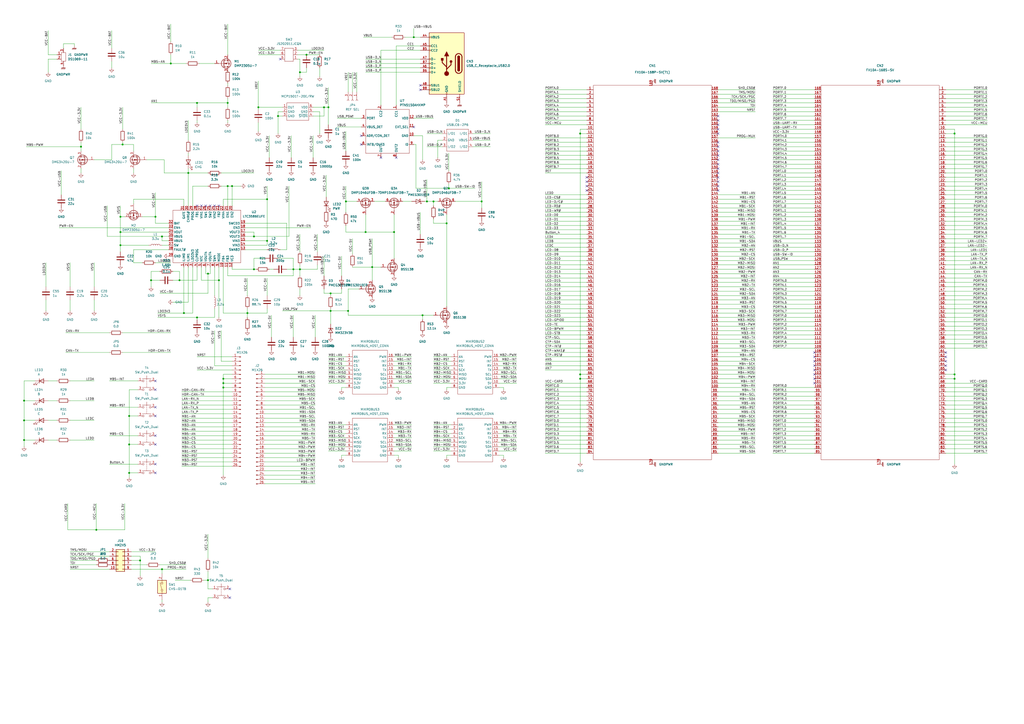
<source format=kicad_sch>
(kicad_sch (version 20211123) (generator eeschema)
  (paper "A2")
  (junction (at 69.85 134.62))
  (junction (at 114.3 59.69))
  (junction (at 215.9 154.94))
  (junction (at 129.54 224.79))
  (junction (at 177.8 31.75))
  (junction (at 190.5 62.23))
  (junction (at 74.93 257.81))
  (junction (at 259.08 129.54))
  (junction (at 46.99 85.09))
  (junction (at 149.86 62.23))
  (junction (at 147.32 156.21))
  (junction (at 201.93 180.34))
  (junction (at 553.72 77.47))
  (junction (at 154.94 115.57))
  (junction (at 129.54 222.25))
  (junction (at 191.77 170.18))
  (junction (at 134.62 107.95))
  (junction (at 13.97 255.27))
  (junction (at 87.63 162.56))
  (junction (at 336.55 217.17))
  (junction (at 99.06 36.83))
  (junction (at 154.94 139.7))
  (junction (at 109.22 100.33))
  (junction (at 13.97 232.41))
  (junction (at 161.29 67.31))
  (junction (at 212.09 134.62))
  (junction (at 93.98 137.16))
  (junction (at 114.3 184.15))
  (junction (at 132.08 59.69))
  (junction (at 279.4 116.84))
  (junction (at 553.72 217.17))
  (junction (at 69.85 125.73))
  (junction (at 170.18 156.21))
  (junction (at 127 162.56))
  (junction (at 74.93 241.3))
  (junction (at 13.97 243.84))
  (junction (at 71.12 83.82))
  (junction (at 120.65 158.75))
  (junction (at 132.08 107.95))
  (junction (at 240.03 21.59))
  (junction (at 336.55 219.71))
  (junction (at 260.35 109.22))
  (junction (at 247.65 116.84))
  (junction (at 200.66 116.84))
  (junction (at 173.99 156.21))
  (junction (at 191.77 180.34))
  (junction (at 245.11 182.88))
  (junction (at 104.14 162.56))
  (junction (at 187.96 62.23))
  (junction (at 143.51 181.61))
  (junction (at 336.55 77.47))
  (junction (at 90.17 125.73))
  (junction (at 55.88 307.34))
  (junction (at 251.46 116.84))
  (junction (at 120.65 336.55))
  (junction (at 129.54 219.71))
  (junction (at 93.98 330.2))
  (junction (at 106.68 181.61))
  (junction (at 69.85 142.24))
  (junction (at 173.99 41.91))
  (junction (at 228.6 134.62))
  (junction (at 147.32 137.16))
  (junction (at 74.93 274.32))
  (junction (at 553.72 219.71))
  (junction (at 81.28 325.12))
  (no_connect (at 416.56 100.33))
  (no_connect (at 416.56 102.87))
  (no_connect (at 416.56 105.41))
  (no_connect (at 416.56 107.95))
  (no_connect (at 416.56 110.49))
  (no_connect (at 416.56 92.71))
  (no_connect (at 416.56 95.25))
  (no_connect (at 416.56 97.79))
  (no_connect (at 162.56 34.29))
  (no_connect (at 340.36 102.87))
  (no_connect (at 340.36 105.41))
  (no_connect (at 340.36 107.95))
  (no_connect (at 340.36 110.49))
  (no_connect (at 548.64 209.55))
  (no_connect (at 548.64 212.09))
  (no_connect (at 548.64 207.01))
  (no_connect (at 548.64 204.47))
  (no_connect (at 548.64 214.63))
  (no_connect (at 90.17 220.98))
  (no_connect (at 90.17 226.06))
  (no_connect (at 90.17 257.81))
  (no_connect (at 90.17 236.22))
  (no_connect (at 90.17 241.3))
  (no_connect (at 90.17 252.73))
  (no_connect (at 90.17 274.32))
  (no_connect (at 90.17 269.24))
  (no_connect (at 119.38 119.38))
  (no_connect (at 121.92 119.38))
  (no_connect (at 124.46 119.38))
  (no_connect (at 116.84 119.38))
  (no_connect (at 114.3 119.38))
  (no_connect (at 127 119.38))
  (no_connect (at 416.56 67.31))
  (no_connect (at 416.56 69.85))
  (no_connect (at 416.56 72.39))
  (no_connect (at 416.56 74.93))
  (no_connect (at 416.56 77.47))
  (no_connect (at 133.35 341.63))
  (no_connect (at 133.35 346.71))
  (no_connect (at 472.44 204.47))
  (no_connect (at 472.44 207.01))
  (no_connect (at 472.44 209.55))
  (no_connect (at 472.44 212.09))
  (no_connect (at 472.44 214.63))
  (no_connect (at 472.44 217.17))
  (no_connect (at 472.44 219.71))
  (no_connect (at 472.44 222.25))
  (no_connect (at 416.56 82.55))
  (no_connect (at 416.56 85.09))
  (no_connect (at 416.56 87.63))
  (no_connect (at 416.56 90.17))
  (no_connect (at 209.55 78.74))
  (no_connect (at 209.55 83.82))
  (no_connect (at 240.03 73.66))
  (no_connect (at 220.98 91.44))
  (no_connect (at 229.87 91.44))
  (no_connect (at 243.84 49.53))
  (no_connect (at 243.84 52.07))
  (wire (pts (xy 220.98 60.96) (xy 220.98 29.21)))
  (wire (pts (xy 572.77 90.17) (xy 548.64 90.17)))
  (wire (pts (xy 87.63 59.69) (xy 114.3 59.69)))
  (wire (pts (xy 153.67 234.95) (xy 182.88 234.95)))
  (wire (pts (xy 316.23 118.11) (xy 340.36 118.11)))
  (wire (pts (xy 416.56 118.11) (xy 438.15 118.11)))
  (wire (pts (xy 240.03 83.82) (xy 241.3 83.82)))
  (wire (pts (xy 316.23 146.05) (xy 340.36 146.05)))
  (wire (pts (xy 416.56 161.29) (xy 438.15 161.29)))
  (wire (pts (xy 289.56 261.62) (xy 299.72 261.62)))
  (wire (pts (xy 448.31 72.39) (xy 472.44 72.39)))
  (wire (pts (xy 118.11 336.55) (xy 120.65 336.55)))
  (wire (pts (xy 316.23 232.41) (xy 340.36 232.41)))
  (wire (pts (xy 448.31 252.73) (xy 472.44 252.73)))
  (wire (pts (xy 120.65 158.75) (xy 120.65 170.18)))
  (wire (pts (xy 120.65 100.33) (xy 109.22 100.33)))
  (wire (pts (xy 76.2 322.58) (xy 81.28 322.58)))
  (wire (pts (xy 448.31 247.65) (xy 472.44 247.65)))
  (wire (pts (xy 299.72 254) (xy 289.56 254)))
  (wire (pts (xy 109.22 88.9) (xy 109.22 90.17)))
  (wire (pts (xy 245.11 182.88) (xy 245.11 185.42)))
  (wire (pts (xy 316.23 247.65) (xy 340.36 247.65)))
  (wire (pts (xy 212.09 34.29) (xy 243.84 34.29)))
  (wire (pts (xy 153.67 260.35) (xy 182.88 260.35)))
  (wire (pts (xy 99.06 13.97) (xy 99.06 24.13)))
  (wire (pts (xy 416.56 247.65) (xy 438.15 247.65)))
  (wire (pts (xy 251.46 251.46) (xy 261.62 251.46)))
  (wire (pts (xy 316.23 54.61) (xy 340.36 54.61)))
  (wire (pts (xy 134.62 217.17) (xy 129.54 217.17)))
  (wire (pts (xy 548.64 156.21) (xy 572.77 156.21)))
  (wire (pts (xy 572.77 62.23) (xy 548.64 62.23)))
  (wire (pts (xy 316.23 196.85) (xy 340.36 196.85)))
  (wire (pts (xy 448.31 232.41) (xy 472.44 232.41)))
  (wire (pts (xy 416.56 125.73) (xy 438.15 125.73)))
  (wire (pts (xy 448.31 133.35) (xy 472.44 133.35)))
  (wire (pts (xy 153.67 247.65) (xy 182.88 247.65)))
  (wire (pts (xy 158.75 156.21) (xy 156.21 156.21)))
  (wire (pts (xy 448.31 240.03) (xy 472.44 240.03)))
  (wire (pts (xy 90.17 111.76) (xy 90.17 125.73)))
  (wire (pts (xy 185.42 64.77) (xy 185.42 77.47)))
  (wire (pts (xy 74.93 257.81) (xy 74.93 274.32)))
  (wire (pts (xy 251.46 261.62) (xy 261.62 261.62)))
  (wire (pts (xy 69.85 134.62) (xy 97.79 134.62)))
  (wire (pts (xy 416.56 214.63) (xy 438.15 214.63)))
  (wire (pts (xy 316.23 130.81) (xy 340.36 130.81)))
  (wire (pts (xy 299.72 248.92) (xy 289.56 248.92)))
  (wire (pts (xy 316.23 242.57) (xy 340.36 242.57)))
  (wire (pts (xy 172.72 34.29) (xy 173.99 34.29)))
  (wire (pts (xy 190.5 261.62) (xy 200.66 261.62)))
  (wire (pts (xy 316.23 214.63) (xy 340.36 214.63)))
  (wire (pts (xy 316.23 212.09) (xy 340.36 212.09)))
  (wire (pts (xy 416.56 59.69) (xy 438.15 59.69)))
  (wire (pts (xy 154.94 181.61) (xy 143.51 181.61)))
  (wire (pts (xy 251.46 248.92) (xy 261.62 248.92)))
  (wire (pts (xy 572.77 97.79) (xy 548.64 97.79)))
  (wire (pts (xy 190.5 256.54) (xy 200.66 256.54)))
  (wire (pts (xy 572.77 115.57) (xy 548.64 115.57)))
  (wire (pts (xy 572.77 69.85) (xy 548.64 69.85)))
  (wire (pts (xy 187.96 167.64) (xy 187.96 170.18)))
  (wire (pts (xy 13.97 232.41) (xy 20.32 232.41)))
  (wire (pts (xy 572.77 125.73) (xy 548.64 125.73)))
  (wire (pts (xy 416.56 232.41) (xy 438.15 232.41)))
  (wire (pts (xy 190.5 217.17) (xy 200.66 217.17)))
  (wire (pts (xy 90.17 125.73) (xy 90.17 129.54)))
  (wire (pts (xy 142.24 142.24) (xy 154.94 142.24)))
  (wire (pts (xy 572.77 199.39) (xy 548.64 199.39)))
  (wire (pts (xy 316.23 250.19) (xy 340.36 250.19)))
  (wire (pts (xy 200.66 264.16) (xy 198.12 264.16)))
  (wire (pts (xy 190.5 222.25) (xy 200.66 222.25)))
  (wire (pts (xy 572.77 179.07) (xy 548.64 179.07)))
  (wire (pts (xy 134.62 154.94) (xy 134.62 156.21)))
  (wire (pts (xy 251.46 207.01) (xy 261.62 207.01)))
  (wire (pts (xy 416.56 123.19) (xy 438.15 123.19)))
  (wire (pts (xy 416.56 62.23) (xy 438.15 62.23)))
  (wire (pts (xy 448.31 113.03) (xy 472.44 113.03)))
  (wire (pts (xy 181.61 67.31) (xy 187.96 67.31)))
  (wire (pts (xy 416.56 64.77) (xy 438.15 64.77)))
  (wire (pts (xy 572.77 184.15) (xy 548.64 184.15)))
  (wire (pts (xy 448.31 62.23) (xy 472.44 62.23)))
  (wire (pts (xy 109.22 97.79) (xy 109.22 100.33)))
  (wire (pts (xy 198.12 170.18) (xy 198.12 167.64)))
  (wire (pts (xy 147.32 156.21) (xy 148.59 156.21)))
  (wire (pts (xy 77.47 152.4) (xy 77.47 144.78)))
  (wire (pts (xy 128.27 107.95) (xy 132.08 107.95)))
  (wire (pts (xy 299.72 219.71) (xy 289.56 219.71)))
  (wire (pts (xy 238.76 116.84) (xy 233.68 116.84)))
  (wire (pts (xy 448.31 257.81) (xy 472.44 257.81)))
  (wire (pts (xy 143.51 181.61) (xy 143.51 184.15)))
  (wire (pts (xy 129.54 217.17) (xy 129.54 219.71)))
  (wire (pts (xy 74.93 257.81) (xy 80.01 257.81)))
  (wire (pts (xy 127 154.94) (xy 127 162.56)))
  (wire (pts (xy 416.56 217.17) (xy 438.15 217.17)))
  (wire (pts (xy 127 162.56) (xy 127 184.15)))
  (wire (pts (xy 105.41 250.19) (xy 134.62 250.19)))
  (wire (pts (xy 132.08 57.15) (xy 132.08 59.69)))
  (wire (pts (xy 416.56 133.35) (xy 438.15 133.35)))
  (wire (pts (xy 111.76 154.94) (xy 111.76 181.61)))
  (wire (pts (xy 279.4 116.84) (xy 279.4 120.65)))
  (wire (pts (xy 416.56 158.75) (xy 438.15 158.75)))
  (wire (pts (xy 210.82 21.59) (xy 227.33 21.59)))
  (wire (pts (xy 572.77 163.83) (xy 548.64 163.83)))
  (wire (pts (xy 129.54 224.79) (xy 134.62 224.79)))
  (wire (pts (xy 416.56 212.09) (xy 438.15 212.09)))
  (wire (pts (xy 114.3 59.69) (xy 132.08 59.69)))
  (wire (pts (xy 572.77 240.03) (xy 548.64 240.03)))
  (wire (pts (xy 572.77 171.45) (xy 548.64 171.45)))
  (wire (pts (xy 92.71 170.18) (xy 120.65 170.18)))
  (wire (pts (xy 190.5 248.92) (xy 200.66 248.92)))
  (wire (pts (xy 572.77 92.71) (xy 548.64 92.71)))
  (wire (pts (xy 274.32 81.28) (xy 284.48 81.28)))
  (wire (pts (xy 572.77 54.61) (xy 548.64 54.61)))
  (wire (pts (xy 448.31 135.89) (xy 472.44 135.89)))
  (wire (pts (xy 448.31 176.53) (xy 472.44 176.53)))
  (wire (pts (xy 38.1 193.04) (xy 63.5 193.04)))
  (wire (pts (xy 572.77 166.37) (xy 548.64 166.37)))
  (wire (pts (xy 228.6 222.25) (xy 238.76 222.25)))
  (wire (pts (xy 572.77 135.89) (xy 548.64 135.89)))
  (wire (pts (xy 572.77 257.81) (xy 548.64 257.81)))
  (wire (pts (xy 572.77 107.95) (xy 548.64 107.95)))
  (wire (pts (xy 132.08 160.02) (xy 170.18 160.02)))
  (wire (pts (xy 82.55 125.73) (xy 90.17 125.73)))
  (wire (pts (xy 316.23 189.23) (xy 340.36 189.23)))
  (wire (pts (xy 129.54 219.71) (xy 129.54 222.25)))
  (wire (pts (xy 416.56 201.93) (xy 438.15 201.93)))
  (wire (pts (xy 33.02 220.98) (xy 27.94 220.98)))
  (wire (pts (xy 548.64 222.25) (xy 572.77 222.25)))
  (wire (pts (xy 572.77 67.31) (xy 548.64 67.31)))
  (wire (pts (xy 316.23 234.95) (xy 340.36 234.95)))
  (wire (pts (xy 157.48 182.88) (xy 157.48 195.58)))
  (wire (pts (xy 154.94 161.29) (xy 154.94 171.45)))
  (wire (pts (xy 238.76 246.38) (xy 228.6 246.38)))
  (wire (pts (xy 212.09 39.37) (xy 243.84 39.37)))
  (wire (pts (xy 316.23 67.31) (xy 340.36 67.31)))
  (wire (pts (xy 289.56 222.25) (xy 299.72 222.25)))
  (wire (pts (xy 416.56 196.85) (xy 438.15 196.85)))
  (wire (pts (xy 13.97 255.27) (xy 20.32 255.27)))
  (wire (pts (xy 416.56 252.73) (xy 438.15 252.73)))
  (wire (pts (xy 142.24 132.08) (xy 180.34 132.08)))
  (wire (pts (xy 416.56 194.31) (xy 438.15 194.31)))
  (wire (pts (xy 120.65 346.71) (xy 120.65 349.25)))
  (wire (pts (xy 448.31 242.57) (xy 472.44 242.57)))
  (wire (pts (xy 316.23 204.47) (xy 340.36 204.47)))
  (wire (pts (xy 153.67 252.73) (xy 182.88 252.73)))
  (wire (pts (xy 240.03 68.58) (xy 251.46 68.58)))
  (wire (pts (xy 416.56 199.39) (xy 438.15 199.39)))
  (wire (pts (xy 240.03 21.59) (xy 243.84 21.59)))
  (wire (pts (xy 316.23 69.85) (xy 340.36 69.85)))
  (wire (pts (xy 173.99 156.21) (xy 184.15 156.21)))
  (wire (pts (xy 416.56 260.35) (xy 438.15 260.35)))
  (wire (pts (xy 448.31 87.63) (xy 472.44 87.63)))
  (wire (pts (xy 190.5 207.01) (xy 200.66 207.01)))
  (wire (pts (xy 33.02 34.29) (xy 27.94 34.29)))
  (wire (pts (xy 105.41 247.65) (xy 134.62 247.65)))
  (wire (pts (xy 251.46 219.71) (xy 261.62 219.71)))
  (wire (pts (xy 132.08 59.69) (xy 132.08 62.23)))
  (wire (pts (xy 69.85 134.62) (xy 69.85 142.24)))
  (wire (pts (xy 120.65 107.95) (xy 111.76 107.95)))
  (wire (pts (xy 181.61 62.23) (xy 187.96 62.23)))
  (wire (pts (xy 129.54 224.79) (xy 129.54 275.59)))
  (wire (pts (xy 71.12 193.04) (xy 99.06 193.04)))
  (wire (pts (xy 292.1 224.79) (xy 292.1 226.06)))
  (wire (pts (xy 299.72 246.38) (xy 289.56 246.38)))
  (wire (pts (xy 33.02 243.84) (xy 27.94 243.84)))
  (wire (pts (xy 40.64 173.99) (xy 40.64 180.34)))
  (wire (pts (xy 204.47 154.94) (xy 215.9 154.94)))
  (wire (pts (xy 416.56 156.21) (xy 438.15 156.21)))
  (wire (pts (xy 247.65 116.84) (xy 246.38 116.84)))
  (wire (pts (xy 64.77 92.71) (xy 64.77 83.82)))
  (wire (pts (xy 204.47 41.91) (xy 204.47 53.34)))
  (wire (pts (xy 572.77 247.65) (xy 548.64 247.65)))
  (wire (pts (xy 153.67 257.81) (xy 182.88 257.81)))
  (wire (pts (xy 416.56 257.81) (xy 438.15 257.81)))
  (wire (pts (xy 173.99 171.45) (xy 173.99 167.64)))
  (wire (pts (xy 448.31 77.47) (xy 472.44 77.47)))
  (wire (pts (xy 572.77 52.07) (xy 548.64 52.07)))
  (wire (pts (xy 238.76 251.46) (xy 228.6 251.46)))
  (wire (pts (xy 572.77 123.19) (xy 548.64 123.19)))
  (wire (pts (xy 448.31 67.31) (xy 472.44 67.31)))
  (wire (pts (xy 416.56 135.89) (xy 438.15 135.89)))
  (wire (pts (xy 99.06 31.75) (xy 99.06 36.83)))
  (wire (pts (xy 154.94 107.95) (xy 154.94 115.57)))
  (wire (pts (xy 119.38 154.94) (xy 119.38 158.75)))
  (wire (pts (xy 448.31 102.87) (xy 472.44 102.87)))
  (wire (pts (xy 154.94 179.07) (xy 154.94 181.61)))
  (wire (pts (xy 448.31 184.15) (xy 472.44 184.15)))
  (wire (pts (xy 40.64 322.58) (xy 63.5 322.58)))
  (wire (pts (xy 46.99 82.55) (xy 46.99 85.09)))
  (wire (pts (xy 448.31 234.95) (xy 472.44 234.95)))
  (wire (pts (xy 238.76 212.09) (xy 228.6 212.09)))
  (wire (pts (xy 228.6 134.62) (xy 212.09 134.62)))
  (wire (pts (xy 54.61 92.71) (xy 64.77 92.71)))
  (wire (pts (xy 316.23 168.91) (xy 340.36 168.91)))
  (wire (pts (xy 153.67 232.41) (xy 182.88 232.41)))
  (wire (pts (xy 572.77 82.55) (xy 548.64 82.55)))
  (wire (pts (xy 13.97 232.41) (xy 13.97 243.84)))
  (wire (pts (xy 336.55 74.93) (xy 336.55 77.47)))
  (wire (pts (xy 548.64 74.93) (xy 553.72 74.93)))
  (wire (pts (xy 316.23 125.73) (xy 340.36 125.73)))
  (wire (pts (xy 69.85 142.24) (xy 86.36 142.24)))
  (wire (pts (xy 292.1 264.16) (xy 292.1 265.43)))
  (wire (pts (xy 448.31 201.93) (xy 472.44 201.93)))
  (wire (pts (xy 40.64 325.12) (xy 55.88 325.12)))
  (wire (pts (xy 448.31 181.61) (xy 472.44 181.61)))
  (wire (pts (xy 153.67 229.87) (xy 182.88 229.87)))
  (wire (pts (xy 153.67 237.49) (xy 182.88 237.49)))
  (wire (pts (xy 572.77 80.01) (xy 548.64 80.01)))
  (wire (pts (xy 448.31 57.15) (xy 472.44 57.15)))
  (wire (pts (xy 316.23 115.57) (xy 340.36 115.57)))
  (wire (pts (xy 153.67 273.05) (xy 182.88 273.05)))
  (wire (pts (xy 105.41 265.43) (xy 134.62 265.43)))
  (wire (pts (xy 143.51 179.07) (xy 143.51 181.61)))
  (wire (pts (xy 119.38 158.75) (xy 120.65 158.75)))
  (wire (pts (xy 46.99 85.09) (xy 46.99 87.63)))
  (wire (pts (xy 228.6 124.46) (xy 228.6 134.62)))
  (wire (pts (xy 153.67 224.79) (xy 182.88 224.79)))
  (wire (pts (xy 336.55 77.47) (xy 336.55 217.17)))
  (wire (pts (xy 572.77 234.95) (xy 548.64 234.95)))
  (wire (pts (xy 95.25 92.71) (xy 85.09 92.71)))
  (wire (pts (xy 187.96 170.18) (xy 191.77 170.18)))
  (wire (pts (xy 416.56 262.89) (xy 438.15 262.89)))
  (wire (pts (xy 238.76 209.55) (xy 228.6 209.55)))
  (wire (pts (xy 259.08 129.54) (xy 259.08 177.8)))
  (wire (pts (xy 448.31 196.85) (xy 472.44 196.85)))
  (wire (pts (xy 40.64 232.41) (xy 54.61 232.41)))
  (wire (pts (xy 142.24 139.7) (xy 154.94 139.7)))
  (wire (pts (xy 129.54 219.71) (xy 134.62 219.71)))
  (wire (pts (xy 191.77 180.34) (xy 191.77 187.96)))
  (wire (pts (xy 316.23 133.35) (xy 340.36 133.35)))
  (wire (pts (xy 251.46 209.55) (xy 261.62 209.55)))
  (wire (pts (xy 316.23 186.69) (xy 340.36 186.69)))
  (wire (pts (xy 215.9 138.43) (xy 215.9 154.94)))
  (wire (pts (xy 448.31 143.51) (xy 472.44 143.51)))
  (wire (pts (xy 153.67 245.11) (xy 182.88 245.11)))
  (wire (pts (xy 71.12 62.23) (xy 71.12 74.93)))
  (wire (pts (xy 553.72 217.17) (xy 553.72 219.71)))
  (wire (pts (xy 63.5 269.24) (xy 80.01 269.24)))
  (wire (pts (xy 448.31 115.57) (xy 472.44 115.57)))
  (wire (pts (xy 81.28 322.58) (xy 81.28 325.12)))
  (wire (pts (xy 259.08 124.46) (xy 259.08 129.54)))
  (wire (pts (xy 448.31 163.83) (xy 472.44 163.83)))
  (wire (pts (xy 416.56 52.07) (xy 438.15 52.07)))
  (wire (pts (xy 572.77 173.99) (xy 548.64 173.99)))
  (wire (pts (xy 142.24 129.54) (xy 166.37 129.54)))
  (wire (pts (xy 448.31 74.93) (xy 472.44 74.93)))
  (wire (pts (xy 91.44 181.61) (xy 106.68 181.61)))
  (wire (pts (xy 172.72 29.21) (xy 187.96 29.21)))
  (wire (pts (xy 153.67 217.17) (xy 182.88 217.17)))
  (wire (pts (xy 163.83 180.34) (xy 191.77 180.34)))
  (wire (pts (xy 33.02 255.27) (xy 27.94 255.27)))
  (wire (pts (xy 572.77 262.89) (xy 548.64 262.89)))
  (wire (pts (xy 190.5 209.55) (xy 200.66 209.55)))
  (wire (pts (xy 104.14 157.48) (xy 104.14 162.56)))
  (wire (pts (xy 190.5 219.71) (xy 200.66 219.71)))
  (wire (pts (xy 416.56 148.59) (xy 438.15 148.59)))
  (wire (pts (xy 256.54 81.28) (xy 254 81.28)))
  (wire (pts (xy 74.93 274.32) (xy 80.01 274.32)))
  (wire (pts (xy 40.64 220.98) (xy 54.61 220.98)))
  (wire (pts (xy 147.32 137.16) (xy 167.64 137.16)))
  (wire (pts (xy 195.58 73.66) (xy 209.55 73.66)))
  (wire (pts (xy 63.5 236.22) (xy 80.01 236.22)))
  (wire (pts (xy 448.31 161.29) (xy 472.44 161.29)))
  (wire (pts (xy 416.56 113.03) (xy 438.15 113.03)))
  (wire (pts (xy 123.19 346.71) (xy 120.65 346.71)))
  (wire (pts (xy 548.64 148.59) (xy 572.77 148.59)))
  (wire (pts (xy 156.21 78.74) (xy 156.21 91.44)))
  (wire (pts (xy 212.09 41.91) (xy 243.84 41.91)))
  (wire (pts (xy 448.31 128.27) (xy 472.44 128.27)))
  (wire (pts (xy 93.98 139.7) (xy 93.98 137.16)))
  (wire (pts (xy 72.39 292.1) (xy 72.39 307.34)))
  (wire (pts (xy 572.77 133.35) (xy 548.64 133.35)))
  (wire (pts (xy 149.86 62.23) (xy 149.86 63.5)))
  (wire (pts (xy 572.77 85.09) (xy 548.64 85.09)))
  (wire (pts (xy 572.77 118.11) (xy 548.64 118.11)))
  (wire (pts (xy 240.03 78.74) (xy 245.11 78.74)))
  (wire (pts (xy 97.79 137.16) (xy 93.98 137.16)))
  (wire (pts (xy 274.32 85.09) (xy 284.48 85.09)))
  (wire (pts (xy 548.64 161.29) (xy 572.77 161.29)))
  (wire (pts (xy 448.31 189.23) (xy 472.44 189.23)))
  (wire (pts (xy 572.77 227.33) (xy 548.64 227.33)))
  (wire (pts (xy 247.65 104.14) (xy 247.65 116.84)))
  (wire (pts (xy 153.67 242.57) (xy 182.88 242.57)))
  (wire (pts (xy 231.14 224.79) (xy 231.14 226.06)))
  (wire (pts (xy 123.19 341.63) (xy 120.65 341.63)))
  (wire (pts (xy 54.61 173.99) (xy 54.61 180.34)))
  (wire (pts (xy 299.72 212.09) (xy 289.56 212.09)))
  (wire (pts (xy 448.31 140.97) (xy 472.44 140.97)))
  (wire (pts (xy 572.77 252.73) (xy 548.64 252.73)))
  (wire (pts (xy 448.31 168.91) (xy 472.44 168.91)))
  (wire (pts (xy 316.23 64.77) (xy 340.36 64.77)))
  (wire (pts (xy 190.5 214.63) (xy 200.66 214.63)))
  (wire (pts (xy 316.23 176.53) (xy 340.36 176.53)))
  (wire (pts (xy 161.29 64.77) (xy 161.29 67.31)))
  (wire (pts (xy 316.23 113.03) (xy 340.36 113.03)))
  (wire (pts (xy 316.23 163.83) (xy 340.36 163.83)))
  (wire (pts (xy 105.41 252.73) (xy 134.62 252.73)))
  (wire (pts (xy 572.77 100.33) (xy 548.64 100.33)))
  (wire (pts (xy 316.23 252.73) (xy 340.36 252.73)))
  (wire (pts (xy 228.6 134.62) (xy 228.6 149.86)))
  (wire (pts (xy 572.77 189.23) (xy 548.64 189.23)))
  (wire (pts (xy 105.41 229.87) (xy 134.62 229.87)))
  (wire (pts (xy 105.41 237.49) (xy 134.62 237.49)))
  (wire (pts (xy 39.37 307.34) (xy 55.88 307.34)))
  (wire (pts (xy 90.17 129.54) (xy 97.79 129.54)))
  (wire (pts (xy 336.55 217.17) (xy 340.36 217.17)))
  (wire (pts (xy 105.41 260.35) (xy 134.62 260.35)))
  (wire (pts (xy 572.77 250.19) (xy 548.64 250.19)))
  (wire (pts (xy 173.99 41.91) (xy 177.8 41.91)))
  (wire (pts (xy 114.3 207.01) (xy 134.62 207.01)))
  (wire (pts (xy 572.77 242.57) (xy 548.64 242.57)))
  (wire (pts (xy 46.99 100.33) (xy 46.99 97.79)))
  (wire (pts (xy 316.23 87.63) (xy 340.36 87.63)))
  (wire (pts (xy 416.56 57.15) (xy 438.15 57.15)))
  (wire (pts (xy 316.23 156.21) (xy 340.36 156.21)))
  (wire (pts (xy 46.99 62.23) (xy 46.99 74.93)))
  (wire (pts (xy 93.98 142.24) (xy 97.79 142.24)))
  (wire (pts (xy 448.31 138.43) (xy 472.44 138.43)))
  (wire (pts (xy 316.23 59.69) (xy 340.36 59.69)))
  (wire (pts (xy 572.77 95.25) (xy 548.64 95.25)))
  (wire (pts (xy 336.55 219.71) (xy 340.36 219.71)))
  (wire (pts (xy 416.56 120.65) (xy 438.15 120.65)))
  (wire (pts (xy 316.23 245.11) (xy 340.36 245.11)))
  (wire (pts (xy 316.23 90.17) (xy 340.36 90.17)))
  (wire (pts (xy 134.62 107.95) (xy 134.62 119.38)))
  (wire (pts (xy 166.37 156.21) (xy 170.18 156.21)))
  (wire (pts (xy 87.63 157.48) (xy 87.63 162.56)))
  (wire (pts (xy 149.86 62.23) (xy 163.83 62.23)))
  (wire (pts (xy 173.99 153.67) (xy 173.99 156.21)))
  (wire (pts (xy 132.08 71.12) (xy 132.08 69.85)))
  (wire (pts (xy 340.36 74.93) (xy 336.55 74.93)))
  (wire (pts (xy 13.97 220.98) (xy 13.97 232.41)))
  (wire (pts (xy 13.97 243.84) (xy 13.97 255.27)))
  (wire (pts (xy 74.93 241.3) (xy 74.93 257.81)))
  (wire (pts (xy 114.3 154.94) (xy 114.3 162.56)))
  (wire (pts (xy 100.33 157.48) (xy 104.14 157.48)))
  (wire (pts (xy 208.28 167.64) (xy 201.93 167.64)))
  (wire (pts (xy 416.56 209.55) (xy 438.15 209.55)))
  (wire (pts (xy 228.6 224.79) (xy 231.14 224.79)))
  (wire (pts (xy 198.12 148.59) (xy 198.12 160.02)))
  (wire (pts (xy 260.35 106.68) (xy 260.35 109.22)))
  (wire (pts (xy 93.98 330.2) (xy 93.98 332.74)))
  (wire (pts (xy 63.5 252.73) (xy 80.01 252.73)))
  (wire (pts (xy 238.76 259.08) (xy 228.6 259.08)))
  (wire (pts (xy 154.94 115.57) (xy 154.94 139.7)))
  (wire (pts (xy 116.84 154.94) (xy 116.84 162.56)))
  (wire (pts (xy 416.56 176.53) (xy 438.15 176.53)))
  (wire (pts (xy 548.64 217.17) (xy 553.72 217.17)))
  (wire (pts (xy 316.23 82.55) (xy 340.36 82.55)))
  (wire (pts (xy 147.32 149.86) (xy 147.32 156.21)))
  (wire (pts (xy 99.06 36.83) (xy 107.95 36.83)))
  (wire (pts (xy 153.67 278.13) (xy 182.88 278.13)))
  (wire (pts (xy 299.72 207.01) (xy 289.56 207.01)))
  (wire (pts (xy 572.77 102.87) (xy 548.64 102.87)))
  (wire (pts (xy 448.31 262.89) (xy 472.44 262.89)))
  (wire (pts (xy 316.23 85.09) (xy 340.36 85.09)))
  (wire (pts (xy 142.24 134.62) (xy 147.32 134.62)))
  (wire (pts (xy 316.23 148.59) (xy 340.36 148.59)))
  (wire (pts (xy 105.41 242.57) (xy 134.62 242.57)))
  (wire (pts (xy 448.31 255.27) (xy 472.44 255.27)))
  (wire (pts (xy 120.65 309.88) (xy 120.65 323.85)))
  (wire (pts (xy 105.41 227.33) (xy 134.62 227.33)))
  (wire (pts (xy 416.56 245.11) (xy 438.15 245.11)))
  (wire (pts (xy 90.17 152.4) (xy 99.06 152.4)))
  (wire (pts (xy 76.2 327.66) (xy 85.09 327.66)))
  (wire (pts (xy 260.35 109.22) (xy 275.59 109.22)))
  (wire (pts (xy 200.66 134.62) (xy 212.09 134.62)))
  (wire (pts (xy 416.56 80.01) (xy 438.15 80.01)))
  (wire (pts (xy 316.23 72.39) (xy 340.36 72.39)))
  (wire (pts (xy 316.23 161.29) (xy 340.36 161.29)))
  (wire (pts (xy 251.46 256.54) (xy 261.62 256.54)))
  (wire (pts (xy 448.31 69.85) (xy 472.44 69.85)))
  (wire (pts (xy 416.56 168.91) (xy 438.15 168.91)))
  (wire (pts (xy 74.93 241.3) (xy 80.01 241.3)))
  (wire (pts (xy 114.3 71.12) (xy 114.3 69.85)))
  (wire (pts (xy 416.56 115.57) (xy 438.15 115.57)))
  (wire (pts (xy 154.94 139.7) (xy 154.94 142.24)))
  (wire (pts (xy 316.23 262.89) (xy 340.36 262.89)))
  (wire (pts (xy 143.51 161.29) (xy 143.51 171.45)))
  (wire (pts (xy 245.11 78.74) (xy 245.11 92.71)))
  (wire (pts (xy 316.23 140.97) (xy 340.36 140.97)))
  (wire (pts (xy 87.63 162.56) (xy 92.71 162.56)))
  (wire (pts (xy 129.54 181.61) (xy 143.51 181.61)))
  (wire (pts (xy 448.31 110.49) (xy 472.44 110.49)))
  (wire (pts (xy 548.64 72.39) (xy 572.77 72.39)))
  (wire (pts (xy 201.93 167.64) (xy 201.93 180.34)))
  (wire (pts (xy 299.72 259.08) (xy 289.56 259.08)))
  (wire (pts (xy 416.56 219.71) (xy 438.15 219.71)))
  (wire (pts (xy 316.23 199.39) (xy 340.36 199.39)))
  (wire (pts (xy 228.6 264.16) (xy 231.14 264.16)))
  (wire (pts (xy 161.29 67.31) (xy 163.83 67.31)))
  (wire (pts (xy 548.64 146.05) (xy 572.77 146.05)))
  (wire (pts (xy 316.23 257.81) (xy 340.36 257.81)))
  (wire (pts (xy 316.23 143.51) (xy 340.36 143.51)))
  (wire (pts (xy 149.86 71.12) (xy 149.86 76.2)))
  (wire (pts (xy 448.31 237.49) (xy 472.44 237.49)))
  (wire (pts (xy 134.62 209.55) (xy 128.27 209.55)))
  (wire (pts (xy 80.01 226.06) (xy 74.93 226.06)))
  (wire (pts (xy 251.46 254) (xy 261.62 254)))
  (wire (pts (xy 316.23 166.37) (xy 340.36 166.37)))
  (wire (pts (xy 336.55 219.71) (xy 336.55 267.97)))
  (wire (pts (xy 190.5 251.46) (xy 200.66 251.46)))
  (wire (pts (xy 200.66 130.81) (xy 200.66 134.62)))
  (wire (pts (xy 416.56 242.57) (xy 438.15 242.57)))
  (wire (pts (xy 238.76 256.54) (xy 228.6 256.54)))
  (wire (pts (xy 105.41 232.41) (xy 134.62 232.41)))
  (wire (pts (xy 168.91 78.74) (xy 168.91 91.44)))
  (wire (pts (xy 215.9 154.94) (xy 220.98 154.94)))
  (wire (pts (xy 39.37 292.1) (xy 39.37 307.34)))
  (wire (pts (xy 163.83 64.77) (xy 161.29 64.77)))
  (wire (pts (xy 241.3 83.82) (xy 241.3 109.22)))
  (wire (pts (xy 36.83 25.4) (xy 43.18 25.4)))
  (wire (pts (xy 416.56 163.83) (xy 438.15 163.83)))
  (wire (pts (xy 43.18 25.4) (xy 43.18 26.67)))
  (wire (pts (xy 316.23 151.13) (xy 340.36 151.13)))
  (wire (pts (xy 416.56 222.25) (xy 438.15 222.25)))
  (wire (pts (xy 572.77 168.91) (xy 548.64 168.91)))
  (wire (pts (xy 64.77 83.82) (xy 71.12 83.82)))
  (wire (pts (xy 200.66 224.79) (xy 198.12 224.79)))
  (wire (pts (xy 238.76 248.92) (xy 228.6 248.92)))
  (wire (pts (xy 153.67 240.03) (xy 182.88 240.03)))
  (wire (pts (xy 132.08 154.94) (xy 132.08 160.02)))
  (wire (pts (xy 274.32 77.47) (xy 284.48 77.47)))
  (wire (pts (xy 76.2 320.04) (xy 90.17 320.04)))
  (wire (pts (xy 92.71 327.66) (xy 107.95 327.66)))
  (wire (pts (xy 191.77 180.34) (xy 201.93 180.34)))
  (wire (pts (xy 251.46 246.38) (xy 261.62 246.38)))
  (wire (pts (xy 316.23 80.01) (xy 340.36 80.01)))
  (wire (pts (xy 182.88 182.88) (xy 182.88 195.58)))
  (wire (pts (xy 177.8 39.37) (xy 177.8 41.91)))
  (wire (pts (xy 64.77 39.37) (xy 64.77 35.56)))
  (wire (pts (xy 40.64 330.2) (xy 63.5 330.2)))
  (wire (pts (xy 251.46 259.08) (xy 261.62 259.08)))
  (wire (pts (xy 132.08 107.95) (xy 134.62 107.95)))
  (wire (pts (xy 153.67 255.27) (xy 182.88 255.27)))
  (wire (pts (xy 69.85 119.38) (xy 69.85 125.73)))
  (wire (pts (xy 416.56 143.51) (xy 438.15 143.51)))
  (wire (pts (xy 105.41 255.27) (xy 134.62 255.27)))
  (wire (pts (xy 105.41 240.03) (xy 134.62 240.03)))
  (wire (pts (xy 105.41 245.11) (xy 134.62 245.11)))
  (wire (pts (xy 316.23 173.99) (xy 340.36 173.99)))
  (wire (pts (xy 200.66 116.84) (xy 200.66 123.19)))
  (wire (pts (xy 40.64 255.27) (xy 54.61 255.27)))
  (wire (pts (xy 448.31 85.09) (xy 472.44 85.09)))
  (wire (pts (xy 316.23 255.27) (xy 340.36 255.27)))
  (wire (pts (xy 13.97 259.08) (xy 13.97 255.27)))
  (wire (pts (xy 166.37 129.54) (xy 166.37 144.78)))
  (wire (pts (xy 316.23 138.43) (xy 340.36 138.43)))
  (wire (pts (xy 201.93 182.88) (xy 245.11 182.88)))
  (wire (pts (xy 200.66 107.95) (xy 200.66 116.84)))
  (wire (pts (xy 149.86 46.99) (xy 149.86 62.23)))
  (wire (pts (xy 572.77 255.27) (xy 548.64 255.27)))
  (wire (pts (xy 153.67 149.86) (xy 147.32 149.86)))
  (wire (pts (xy 109.22 100.33) (xy 109.22 119.38)))
  (wire (pts (xy 149.86 29.21) (xy 162.56 29.21)))
  (wire (pts (xy 572.77 138.43) (xy 548.64 138.43)))
  (wire (pts (xy 448.31 186.69) (xy 472.44 186.69)))
  (wire (pts (xy 87.63 162.56) (xy 87.63 166.37)))
  (wire (pts (xy 572.77 176.53) (xy 548.64 176.53)))
  (wire (pts (xy 336.55 77.47) (xy 340.36 77.47)))
  (wire (pts (xy 187.96 62.23) (xy 190.5 62.23)))
  (wire (pts (xy 121.92 158.75) (xy 121.92 154.94)))
  (wire (pts (xy 572.77 57.15) (xy 548.64 57.15)))
  (wire (pts (xy 212.09 36.83) (xy 243.84 36.83)))
  (wire (pts (xy 153.67 265.43) (xy 182.88 265.43)))
  (wire (pts (xy 190.5 212.09) (xy 200.66 212.09)))
  (wire (pts (xy 264.16 116.84) (xy 279.4 116.84)))
  (wire (pts (xy 416.56 229.87) (xy 438.15 229.87)))
  (wire (pts (xy 448.31 224.79) (xy 472.44 224.79)))
  (wire (pts (xy 448.31 179.07) (xy 472.44 179.07)))
  (wire (pts (xy 142.24 137.16) (xy 147.32 137.16)))
  (wire (pts (xy 572.77 87.63) (xy 548.64 87.63)))
  (wire (pts (xy 153.67 222.25) (xy 182.88 222.25)))
  (wire (pts (xy 448.31 105.41) (xy 472.44 105.41)))
  (wire (pts (xy 572.77 237.49) (xy 548.64 237.49)))
  (wire (pts (xy 190.5 246.38) (xy 200.66 246.38)))
  (wire (pts (xy 101.6 336.55) (xy 110.49 336.55)))
  (wire (pts (xy 316.23 194.31) (xy 340.36 194.31)))
  (wire (pts (xy 572.77 64.77) (xy 548.64 64.77)))
  (wire (pts (xy 93.98 137.16) (xy 62.23 137.16)))
  (wire (pts (xy 27.94 34.29) (xy 27.94 41.91)))
  (wire (pts (xy 77.47 83.82) (xy 77.47 87.63)))
  (wire (pts (xy 109.22 69.85) (xy 109.22 81.28)))
  (wire (pts (xy 132.08 48.26) (xy 132.08 49.53)))
  (wire (pts (xy 243.84 123.19) (xy 243.84 135.89)))
  (wire (pts (xy 40.64 243.84) (xy 54.61 243.84)))
  (wire (pts (xy 104.14 162.56) (xy 114.3 162.56)))
  (wire (pts (xy 572.77 229.87) (xy 548.64 229.87)))
  (wire (pts (xy 26.67 173.99) (xy 26.67 180.34)))
  (wire (pts (xy 316.23 92.71) (xy 340.36 92.71)))
  (wire (pts (xy 64.77 17.78) (xy 64.77 27.94)))
  (wire (pts (xy 448.31 229.87) (xy 472.44 229.87)))
  (wire (pts (xy 173.99 41.91) (xy 173.99 44.45)))
  (wire (pts (xy 416.56 166.37) (xy 438.15 166.37)))
  (wire (pts (xy 187.96 67.31) (xy 187.96 62.23)))
  (wire (pts (xy 416.56 153.67) (xy 438.15 153.67)))
  (wire (pts (xy 114.3 59.69) (xy 114.3 62.23)))
  (wire (pts (xy 170.18 156.21) (xy 173.99 156.21)))
  (wire (pts (xy 166.37 144.78) (xy 162.56 144.78)))
  (wire (pts (xy 448.31 158.75) (xy 472.44 158.75)))
  (wire (pts (xy 191.77 179.07) (xy 191.77 180.34)))
  (wire (pts (xy 129.54 222.25) (xy 134.62 222.25)))
  (wire (pts (xy 172.72 31.75) (xy 177.8 31.75)))
  (wire (pts (xy 316.23 260.35) (xy 340.36 260.35)))
  (wire (pts (xy 120.65 158.75) (xy 121.92 158.75)))
  (wire (pts (xy 448.31 245.11) (xy 472.44 245.11)))
  (wire (pts (xy 173.99 34.29) (xy 173.99 41.91)))
  (wire (pts (xy 229.87 26.67) (xy 243.84 26.67)))
  (wire (pts (xy 247.65 116.84) (xy 251.46 116.84)))
  (wire (pts (xy 572.77 181.61) (xy 548.64 181.61)))
  (wire (pts (xy 177.8 31.75) (xy 185.42 31.75)))
  (wire (pts (xy 204.47 138.43) (xy 204.47 147.32)))
  (wire (pts (xy 251.46 212.09) (xy 261.62 212.09)))
  (wire (pts (xy 448.31 191.77) (xy 472.44 191.77)))
  (wire (pts (xy 241.3 109.22) (xy 260.35 109.22)))
  (wire (pts (xy 105.41 267.97) (xy 134.62 267.97)))
  (wire (pts (xy 548.64 151.13) (xy 572.77 151.13)))
  (wire (pts (xy 416.56 179.07) (xy 438.15 179.07)))
  (wire (pts (xy 416.56 207.01) (xy 438.15 207.01)))
  (wire (pts (xy 416.56 130.81) (xy 438.15 130.81)))
  (wire (pts (xy 299.72 217.17) (xy 289.56 217.17)))
  (wire (pts (xy 71.12 82.55) (xy 71.12 83.82)))
  (wire (pts (xy 54.61 152.4) (xy 54.61 166.37)))
  (wire (pts (xy 316.23 227.33) (xy 340.36 227.33)))
  (wire (pts (xy 448.31 90.17) (xy 472.44 90.17)))
  (wire (pts (xy 572.77 128.27) (xy 548.64 128.27)))
  (wire (pts (xy 316.23 181.61) (xy 340.36 181.61)))
  (wire (pts (xy 316.23 240.03) (xy 340.36 240.03)))
  (wire (pts (xy 212.09 124.46) (xy 212.09 134.62)))
  (wire (pts (xy 316.23 229.87) (xy 340.36 229.87)))
  (wire (pts (xy 299.72 256.54) (xy 289.56 256.54)))
  (wire (pts (xy 238.76 219.71) (xy 228.6 219.71)))
  (wire (pts (xy 316.23 95.25) (xy 340.36 95.25)))
  (wire (pts (xy 448.31 156.21) (xy 472.44 156.21)))
  (wire (pts (xy 76.2 325.12) (xy 81.28 325.12)))
  (wire (pts (xy 134.62 156.21) (xy 147.32 156.21)))
  (wire (pts (xy 36.83 27.94) (xy 36.83 25.4)))
  (wire (pts (xy 92.71 157.48) (xy 87.63 157.48)))
  (wire (pts (xy 448.31 54.61) (xy 472.44 54.61)))
  (wire (pts (xy 416.56 240.03) (xy 438.15 240.03)))
  (wire (pts (xy 416.56 181.61) (xy 438.15 181.61)))
  (wire (pts (xy 299.72 214.63) (xy 289.56 214.63)))
  (wire (pts (xy 448.31 199.39) (xy 472.44 199.39)))
  (wire (pts (xy 128.27 100.33) (xy 147.32 100.33)))
  (wire (pts (xy 95.25 100.33) (xy 95.25 92.71)))
  (wire (pts (xy 115.57 36.83) (xy 124.46 36.83)))
  (wire (pts (xy 129.54 115.57) (xy 154.94 115.57)))
  (wire (pts (xy 167.64 107.95) (xy 167.64 137.16)))
  (wire (pts (xy 316.23 158.75) (xy 340.36 158.75)))
  (wire (pts (xy 416.56 54.61) (xy 438.15 54.61)))
  (wire (pts (xy 261.62 264.16) (xy 259.08 264.16)))
  (wire (pts (xy 142.24 144.78) (xy 154.94 144.78)))
  (wire (pts (xy 316.23 201.93) (xy 340.36 201.93)))
  (wire (pts (xy 207.01 41.91) (xy 207.01 53.34)))
  (wire (pts (xy 448.31 166.37) (xy 472.44 166.37)))
  (wire (pts (xy 416.56 189.23) (xy 438.15 189.23)))
  (wire (pts (xy 27.94 17.78) (xy 27.94 31.75)))
  (wire (pts (xy 416.56 250.19) (xy 438.15 250.19)))
  (wire (pts (xy 190.5 259.08) (xy 200.66 259.08)))
  (wire (pts (xy 448.31 52.07) (xy 472.44 52.07)))
  (wire (pts (xy 76.2 330.2) (xy 93.98 330.2)))
  (wire (pts (xy 251.46 214.63) (xy 261.62 214.63)))
  (wire (pts (xy 153.67 262.89) (xy 182.88 262.89)))
  (wire (pts (xy 81.28 325.12) (xy 81.28 334.01)))
  (wire (pts (xy 153.67 270.51) (xy 182.88 270.51)))
  (wire (pts (xy 173.99 156.21) (xy 173.99 160.02)))
  (wire (pts (xy 228.6 261.62) (xy 238.76 261.62)))
  (wire (pts (xy 299.72 251.46) (xy 289.56 251.46)))
  (wire (pts (xy 416.56 186.69) (xy 438.15 186.69)))
  (wire (pts (xy 77.47 118.11) (xy 77.47 115.57)))
  (wire (pts (xy 201.93 41.91) (xy 201.93 53.34)))
  (wire (pts (xy 34.29 132.08) (xy 97.79 132.08)))
  (wire (pts (xy 97.79 139.7) (xy 93.98 139.7)))
  (wire (pts (xy 153.67 227.33) (xy 182.88 227.33)))
  (wire (pts (xy 448.31 107.95) (xy 472.44 107.95)))
  (wire (pts (xy 71.12 83.82) (xy 77.47 83.82)))
  (wire (pts (xy 316.23 171.45) (xy 340.36 171.45)))
  (wire (pts (xy 40.64 152.4) (xy 40.64 166.37)))
  (wire (pts (xy 109.22 154.94) (xy 109.22 175.26)))
  (wire (pts (xy 260.35 88.9) (xy 260.35 99.06)))
  (wire (pts (xy 132.08 13.97) (xy 132.08 31.75)))
  (wire (pts (xy 251.46 116.84) (xy 251.46 119.38)))
  (wire (pts (xy 190.5 254) (xy 200.66 254)))
  (wire (pts (xy 448.31 250.19) (xy 472.44 250.19)))
  (wire (pts (xy 147.32 134.62) (xy 147.32 137.16)))
  (wire (pts (xy 416.56 140.97) (xy 438.15 140.97)))
  (wire (pts (xy 251.46 129.54) (xy 259.08 129.54)))
  (wire (pts (xy 93.98 330.2) (xy 107.95 330.2)))
  (wire (pts (xy 259.08 264.16) (xy 259.08 265.43)))
  (wire (pts (xy 279.4 105.41) (xy 279.4 116.84)))
  (wire (pts (xy 548.64 143.51) (xy 572.77 143.51)))
  (wire (pts (xy 128.27 191.77) (xy 128.27 209.55)))
  (wire (pts (xy 124.46 179.07) (xy 124.46 184.15)))
  (wire (pts (xy 316.23 224.79) (xy 340.36 224.79)))
  (wire (pts (xy 77.47 115.57) (xy 106.68 115.57)))
  (wire (pts (xy 132.08 41.91) (xy 132.08 40.64)))
  (wire (pts (xy 63.5 220.98) (xy 80.01 220.98)))
  (wire (pts (xy 74.93 274.32) (xy 74.93 276.86)))
  (wire (pts (xy 100.33 162.56) (xy 104.14 162.56)))
  (wire (pts (xy 114.3 184.15) (xy 124.46 184.15)))
  (wire (pts (xy 572.77 130.81) (xy 548.64 130.81)))
  (wire (pts (xy 106.68 154.94) (xy 106.68 181.61)))
  (wire (pts (xy 251.46 116.84) (xy 254 116.84)))
  (wire (pts (xy 247.65 85.09) (xy 256.54 85.09)))
  (wire (pts (xy 189.23 101.6) (xy 189.23 114.3)))
  (wire (pts (xy 416.56 151.13) (xy 438.15 151.13)))
  (wire (pts (xy 316.23 191.77) (xy 340.36 191.77)))
  (wire (pts (xy 77.47 144.78) (xy 97.79 144.78)))
  (wire (pts (xy 448.31 59.69) (xy 472.44 59.69)))
  (wire (pts (xy 106.68 115.57) (xy 106.68 119.38)))
  (wire (pts (xy 134.62 212.09) (xy 124.46 212.09)))
  (wire (pts (xy 448.31 153.67) (xy 472.44 153.67)))
  (wire (pts (xy 448.31 148.59) (xy 472.44 148.59)))
  (wire (pts (xy 55.88 292.1) (xy 55.88 307.34)))
  (wire (pts (xy 316.23 97.79) (xy 340.36 97.79)))
  (wire (pts (xy 238.76 254) (xy 228.6 254)))
  (wire (pts (xy 289.56 224.79) (xy 292.1 224.79)))
  (wire (pts (xy 153.67 275.59) (xy 182.88 275.59)))
  (wire (pts (xy 201.93 180.34) (xy 201.93 182.88)))
  (wire (pts (xy 416.56 184.15) (xy 438.15 184.15)))
  (wire (pts (xy 251.46 217.17) (xy 261.62 217.17)))
  (wire (pts (xy 251.46 222.25) (xy 261.62 222.25)))
  (wire (pts (xy 13.97 243.84) (xy 20.32 243.84)))
  (wire (pts (xy 238.76 217.17) (xy 228.6 217.17)))
  (wire (pts (xy 416.56 191.77) (xy 438.15 191.77)))
  (wire (pts (xy 448.31 130.81) (xy 472.44 130.81)))
  (wire (pts (xy 316.23 52.07) (xy 340.36 52.07)))
  (wire (pts (xy 184.15 135.89) (xy 184.15 146.05)))
  (wire (pts (xy 124.46 154.94) (xy 124.46 171.45)))
  (wire (pts (xy 572.77 245.11) (xy 548.64 245.11)))
  (wire (pts (xy 129.54 222.25) (xy 129.54 224.79)))
  (wire (pts (xy 153.67 267.97) (xy 182.88 267.97)))
  (wire (pts (xy 548.64 158.75) (xy 572.77 158.75)))
  (wire (pts (xy 448.31 95.25) (xy 472.44 95.25)))
  (wire (pts (xy 77.47 100.33) (xy 77.47 97.79)))
  (wire (pts (xy 448.31 118.11) (xy 472.44 118.11)))
  (wire (pts (xy 548.64 153.67) (xy 572.77 153.67)))
  (wire (pts (xy 109.22 100.33) (xy 95.25 100.33)))
  (wire (pts (xy 153.67 219.71) (xy 182.88 219.71)))
  (wire (pts (xy 316.23 100.33) (xy 340.36 100.33)))
  (wire (pts (xy 35.56 99.06) (xy 35.56 113.03)))
  (wire (pts (xy 91.44 184.15) (xy 114.3 184.15)))
  (wire (pts (xy 553.72 74.93) (xy 553.72 77.47)))
  (wire (pts (xy 448.31 97.79) (xy 472.44 97.79)))
  (wire (pts (xy 198.12 264.16) (xy 198.12 265.43)))
  (wire (pts (xy 254 81.28) (xy 254 91.44)))
  (wire (pts (xy 448.31 123.19) (xy 472.44 123.19)))
  (wire (pts (xy 572.77 201.93) (xy 548.64 201.93)))
  (wire (pts (xy 316.23 123.19) (xy 340.36 123.19)))
  (wire (pts (xy 416.56 234.95) (xy 438.15 234.95)))
  (wire (pts (xy 63.5 204.47) (xy 38.1 204.47)))
  (wire (pts (xy 26.67 152.4) (xy 26.67 166.37)))
  (wire (pts (xy 548.64 77.47) (xy 553.72 77.47)))
  (wire (pts (xy 132.08 107.95) (xy 132.08 119.38)))
  (wire (pts (xy 190.5 50.8) (xy 190.5 62.23)))
  (wire (pts (xy 548.64 219.71) (xy 553.72 219.71)))
  (wire (pts (xy 448.31 80.01) (xy 472.44 80.01)))
  (wire (pts (xy 15.24 85.09) (xy 46.99 85.09)))
  (wire (pts (xy 572.77 196.85) (xy 548.64 196.85)))
  (wire (pts (xy 448.31 171.45) (xy 472.44 171.45)))
  (wire (pts (xy 223.52 116.84) (xy 217.17 116.84)))
  (wire (pts (xy 69.85 146.05) (xy 69.85 142.24)))
  (wire (pts (xy 416.56 138.43) (xy 438.15 138.43)))
  (wire (pts (xy 340.36 222.25) (xy 316.23 222.25)))
  (wire (pts (xy 129.54 119.38) (xy 129.54 115.57)))
  (wire (pts (xy 170.18 160.02) (xy 170.18 156.21)))
  (wire (pts (xy 448.31 146.05) (xy 472.44 146.05)))
  (wire (pts (xy 572.77 191.77) (xy 548.64 191.77)))
  (wire (pts (xy 572.77 113.03) (xy 548.64 113.03)))
  (wire (pts (xy 416.56 237.49) (xy 438.15 237.49)))
  (wire (pts (xy 247.65 77.47) (xy 256.54 77.47)))
  (wire (pts (xy 572.77 186.69) (xy 548.64 186.69)))
  (wire (pts (xy 33.02 232.41) (xy 27.94 232.41)))
  (wire (pts (xy 105.41 257.81) (xy 134.62 257.81)))
  (wire (pts (xy 299.72 209.55) (xy 289.56 209.55)))
  (wire (pts (xy 195.58 68.58) (xy 209.55 68.58)))
  (wire (pts (xy 572.77 194.31) (xy 548.64 194.31)))
  (wire (pts (xy 74.93 226.06) (xy 74.93 241.3)))
  (wire (pts (xy 69.85 125.73) (xy 69.85 134.62)))
  (wire (pts (xy 129.54 154.94) (xy 129.54 181.61)))
  (wire (pts (xy 229.87 60.96) (xy 229.87 26.67)))
  (wire (pts (xy 316.23 184.15) (xy 340.36 184.15)))
  (wire (pts (xy 187.96 148.59) (xy 187.96 160.02)))
  (wire (pts (xy 448.31 151.13) (xy 472.44 151.13)))
  (wire (pts (xy 245.11 182.88) (xy 251.46 182.88)))
  (wire (pts (xy 153.67 280.67) (xy 182.88 280.67)))
  (wire (pts (xy 72.39 125.73) (xy 69.85 125.73)))
  (wire (pts (xy 20.32 220.98) (xy 13.97 220.98)))
  (wire (pts (xy 62.23 119.38) (xy 62.23 137.16)))
  (wire (pts (xy 416.56 173.99) (xy 438.15 173.99)))
  (wire (pts (xy 316.23 209.55) (xy 340.36 209.55)))
  (wire (pts (xy 572.77 59.69) (xy 548.64 59.69)))
  (wire (pts (xy 134.62 107.95) (xy 139.7 107.95)))
  (wire (pts (xy 198.12 224.79) (xy 198.12 226.06)))
  (wire (pts (xy 416.56 204.47) (xy 438.15 204.47)))
  (wire (pts (xy 572.77 120.65) (xy 548.64 120.65)))
  (wire (pts (xy 82.55 152.4) (xy 77.47 152.4)))
  (wire (pts (xy 238.76 214.63) (xy 228.6 214.63)))
  (wire (pts (xy 170.18 149.86) (xy 170.18 156.21)))
  (wire (pts (xy 553.72 219.71) (xy 553.72 269.24)))
  (wire (pts (xy 336.55 217.17) (xy 336.55 219.71)))
  (wire (pts (xy 289.56 264.16) (xy 292.1 264.16)))
  (wire (pts (xy 184.15 153.67) (xy 184.15 156.21)))
  (wire (pts (xy 93.98 349.25) (xy 93.98 347.98)))
  (wire (pts (xy 448.31 125.73) (xy 472.44 125.73)))
  (wire (pts (xy 173.99 135.89) (xy 173.99 146.05)))
  (wire (pts (xy 170.18 182.88) (xy 170.18 195.58)))
  (wire (pts (xy 448.31 227.33) (xy 472.44 227.33)))
  (wire (pts (xy 548.64 140.97) (xy 572.77 140.97)))
  (wire (pts (xy 231.14 264.16) (xy 231.14 265.43)))
  (wire (pts (xy 161.29 149.86) (xy 170.18 149.86)))
  (wire (pts (xy 448.31 64.77) (xy 472.44 64.77)))
  (wire (pts (xy 105.41 262.89) (xy 134.62 262.89)))
  (wire (pts (xy 416.56 227.33) (xy 438.15 227.33)))
  (wire (pts (xy 251.46 127) (xy 251.46 129.54)))
  (wire (pts (xy 448.31 82.55) (xy 472.44 82.55)))
  (wire (pts (xy 181.61 64.77) (xy 185.42 64.77)))
  (wire (pts (xy 448.31 92.71) (xy 472.44 92.71)))
  (wire (pts (xy 316.23 153.67) (xy 340.36 153.67)))
  (wire (pts (xy 105.41 234.95) (xy 134.62 234.95)))
  (wire (pts (xy 448.31 100.33) (xy 472.44 100.33)))
  (wire (pts (xy 316.23 237.49) (xy 340.36 237.49)))
  (wire (pts (xy 191.77 170.18) (xy 191.77 171.45)))
  (wire (pts (xy 448.31 120.65) (xy 472.44 120.65)))
  (wire (pts (xy 572.77 260.35) (xy 548.64 260.35)))
  (wire (pts (xy 316.23 120.65) (xy 340.36 120.65)))
  (wire (pts (xy 207.01 116.84) (xy 200.66 116.84)))
  (wire (pts (xy 33.02 31.75) (xy 27.94 31.75)))
  (wire (pts (xy 120.65 331.47) (xy 120.65 336.55)))
  (wire (pts (xy 553.72 77.47) (xy 553.72 217.17)))
  (wire (pts (xy 55.88 307.34) (xy 72.39 307.34)))
  (wire (pts (xy 572.77 110.49) (xy 548.64 110.49)))
  (wire (pts (xy 316.23 135.89) (xy 340.36 135.89)))
  (wire (pts (xy 215.9 154.94) (xy 215.9 162.56)))
  (wire (pts (xy 234.95 21.59) (xy 240.03 21.59)))
  (wire (pts (xy 185.42 39.37) (xy 185.42 44.45)))
  (wire (pts (xy 116.84 162.56) (xy 127 162.56)))
  (wire (pts (xy 316.23 57.15) (xy 340.36 57.15)))
  (wire (pts (xy 87.63 36.83) (xy 99.06 36.83)))
  (wire (pts (xy 191.77 170.18) (xy 198.12 170.18)))
  (wire (pts (xy 448.31 173.99) (xy 472.44 173.99)))
  (wire (pts (xy 153.67 250.19) (xy 182.88 250.19)))
  (wire (pts (xy 40.64 327.66) (xy 55.88 327.66)))
  (wire (pts (xy 190.5 62.23) (xy 190.5 72.39)))
  (wire (pts (xy 238.76 207.01) (xy 228.6 207.01)))
  (wire (pts (xy 316.23 128.27) (xy 340.36 128.27)))
  (wire (pts (xy 316.23 62.23) (xy 340.36 62.23)))
  (wire (pts (xy 114.3 184.15) (xy 114.3 185.42)))
  (wire (pts (xy 316.23 207.01) (xy 340.36 207.01)))
  (wire (pts (xy 572.77 232.41) (xy 548.64 232.41)))
  (wire (pts (xy 259.08 224.79) (xy 259.08 226.06)))
  (wire (pts (xy 161.29 67.31) (xy 161.29 77.47)))
  (wire (pts (xy 316.23 179.07) (xy 340.36 179.07)))
  (wire (pts (xy 416.56 128.27) (xy 438.15 128.27)))
  (wire (pts (xy 105.41 270.51) (xy 134.62 270.51)))
  (wire (pts (xy 416.56 146.05) (xy 438.15 146.05)))
  (wire (pts (xy 572.77 105.41) (xy 548.64 105.41)))
  (wire (pts (xy 181.61 78.74) (xy 181.61 91.44)))
  (wire (pts (xy 448.31 260.35) (xy 472.44 260.35)))
  (wire (pts (xy 124.46 191.77) (xy 124.46 212.09)))
  (wire (pts (xy 416.56 255.27) (xy 438.15 255.27)))
  (wire (pts (xy 100.33 175.26) (xy 109.22 175.26)))
  (wire (pts (xy 448.31 194.31) (xy 472.44 194.31)))
  (wire (pts (xy 114.3 214.63) (xy 134.62 214.63)))
  (wire (pts (xy 572.77 224.79) (xy 548.64 224.79)))
  (wire (pts (xy 106.68 181.61) (xy 111.76 181.61)))
  (wire (pts (xy 261.62 224.79) (xy 259.08 224.79)))
  (wire (pts (xy 240.03 16.51) (xy 240.03 21.59)))
  (wire (pts (xy 120.65 336.55) (xy 120.65 341.63)))
  (wire (pts (xy 200.66 76.2) (xy 200.66 87.63)))
  (wire (pts (xy 416.56 171.45) (xy 438.15 171.45)))
  (wire (pts (xy 149.86 31.75) (xy 162.56 31.75)))
  (wire (pts (xy 220.98 29.21) (xy 243.84 29.21)))
  (wire (pts (xy 40.64 320.04) (xy 63.5 320.04)))
  (wire (pts (xy 71.12 204.47) (xy 99.06 204.47)))
  (wire (pts (xy 111.76 107.95) (xy 111.76 119.38)))
  (wire (pts (xy 416.56 224.79) (xy 438.15 224.79)))
  (label "VCC-3.3V" (at 190.5 50.8 270))
  (label "PORTQ.5" (at 572.77 237.49 180))
  (label "PORTP.0" (at 448.31 184.15 0))
  (label "LEDC" (at 54.61 243.84 180))
  (label "MB4-SCK" (at 251.46 254 0))
  (label "PORTP.3" (at 448.31 191.77 0))
  (label "LCD-BPWM" (at 182.88 267.97 180))
  (label "PORTG.1" (at 572.77 82.55 180))
  (label "USB_PSW!" (at 215.9 138.43 270))
  (label "PORTR.4" (at 448.31 234.95 0))
  (label "USB-VBUS" (at 284.48 81.28 180))
  (label "VCC-MCU" (at 572.77 72.39 180))
  (label "VSYS" (at 128.27 191.77 270))
  (label "USB_PSW" (at 163.83 180.34 0))
  (label "PORTQ.4" (at 572.77 234.95 180))
  (label "MB2-PWM" (at 182.88 260.35 180))
  (label "MB2-CS" (at 105.41 255.27 0))
  (label "TMS{slash}MOSI" (at 40.64 320.04 0))
  (label "MB4-RST" (at 105.41 270.51 0))
  (label "VSYS" (at 54.61 152.4 270))
  (label "VCC-3.3V" (at 90.17 320.04 180))
  (label "PORTT.4" (at 448.31 255.27 0))
  (label "PORTP.1" (at 448.31 186.69 0))
  (label "PORTN.4" (at 448.31 173.99 0))
  (label "TDI" (at 438.15 62.23 180))
  (label "PORTE.2" (at 572.77 57.15 180))
  (label "MB5-SDA" (at 182.88 245.11 180))
  (label "VCC-CARD" (at 572.77 222.25 180))
  (label "PORTG.5" (at 572.77 92.71 180))
  (label "LDO3V3" (at 26.67 152.4 270))
  (label "LAN-RX_N" (at 105.41 232.41 0))
  (label "MB1-PWM" (at 438.15 128.27 180))
  (label "CC1" (at 236.22 26.67 0))
  (label "CC2" (at 236.22 29.21 0))
  (label "PORTL.2" (at 448.31 125.73 0))
  (label "MB4-AN" (at 251.46 246.38 0))
  (label "LDO3V3" (at 109.22 69.85 270))
  (label "MB4-SCK" (at 438.15 212.09 180))
  (label "PORTN.1" (at 448.31 166.37 0))
  (label "MB5-SDA" (at 438.15 262.89 180))
  (label "CAN-RX" (at 572.77 158.75 180))
  (label "PORTT.6" (at 448.31 260.35 0))
  (label "PORTM.1" (at 572.77 166.37 180))
  (label "MB1-SDA" (at 438.15 140.97 180))
  (label "PORTE.4" (at 572.77 62.23 180))
  (label "PORTR.1" (at 448.31 227.33 0))
  (label "PORTR.5" (at 448.31 237.49 0))
  (label "PORTG.3" (at 572.77 87.63 180))
  (label "PORTJ.3" (at 448.31 107.95 0))
  (label "PORTT.3" (at 448.31 252.73 0))
  (label "PORTM.7" (at 572.77 181.61 180))
  (label "VREF" (at 201.93 41.91 270))
  (label "PORTQ.1" (at 572.77 227.33 180))
  (label "MB3-CS" (at 190.5 251.46 0))
  (label "MB2-TX" (at 438.15 166.37 180))
  (label "MB4-RST" (at 251.46 248.92 0))
  (label "MB3-PWM" (at 438.15 189.23 180))
  (label "LDO3V3" (at 99.06 152.4 180))
  (label "MB1-RST" (at 190.5 209.55 0))
  (label "PORTE.3" (at 572.77 59.69 180))
  (label "PORTE.1" (at 572.77 54.61 180))
  (label "LCD-D12" (at 316.23 156.21 0))
  (label "REF" (at 204.47 41.91 270))
  (label "VCC-MCU" (at 55.88 292.1 270))
  (label "PORTC.0" (at 316.23 224.79 0))
  (label "LCD-D14" (at 316.23 161.29 0))
  (label "PORTD.3" (at 316.23 252.73 0))
  (label "LAN-LED2-" (at 572.77 143.51 180))
  (label "VCC-5V" (at 299.72 222.25 180))
  (label "MB5-MOSI" (at 182.88 227.33 180))
  (label "PORTH.1" (at 448.31 82.55 0))
  (label "VCC-USB" (at 35.56 99.06 270))
  (label "PORTS.2" (at 572.77 250.19 180))
  (label "MB3-PWM" (at 182.88 262.89 180))
  (label "PORTE.6" (at 572.77 67.31 180))
  (label "MB2-CS" (at 438.15 148.59 180))
  (label "PORTM.4" (at 572.77 173.99 180))
  (label "MB1-CS" (at 190.5 212.09 0))
  (label "MB3-SCK" (at 190.5 254 0))
  (label "NRST" (at 40.64 330.2 0))
  (label "PROG-MUX" (at 438.15 80.01 180))
  (label "PORTD.6" (at 316.23 260.35 0))
  (label "CAN-TX" (at 38.1 204.47 0))
  (label "PORTO.4" (at 572.77 194.31 180))
  (label "PORTP.5" (at 448.31 196.85 0))
  (label "PORTO.7" (at 572.77 201.93 180))
  (label "PORTB.5" (at 316.23 92.71 0))
  (label "MB3-RST" (at 438.15 176.53 180))
  (label "LCD-D17" (at 316.23 168.91 0))
  (label "VCC-3.3V" (at 448.31 77.47 0))
  (label "MB4-INT" (at 182.88 278.13 180))
  (label "PORTT.2" (at 448.31 250.19 0))
  (label "PORTO.0" (at 572.77 184.15 180))
  (label "PORTK.5" (at 572.77 133.35 180))
  (label "MB4-MISO" (at 251.46 256.54 0))
  (label "PORTB.7" (at 316.23 97.79 0))
  (label "MB2-RX" (at 438.15 163.83 180))
  (label "PORTF.7" (at 448.31 69.85 0))
  (label "LED-WR#" (at 316.23 123.19 0))
  (label "REF" (at 316.23 100.33 0))
  (label "VCC-3.3V" (at 251.46 261.62 0))
  (label "PORTM.0" (at 572.77 163.83 180))
  (label "PORTS.5" (at 572.77 257.81 180))
  (label "PORTR.3" (at 448.31 232.41 0))
  (label "MB4-RX" (at 299.72 251.46 180))
  (label "VCC-CARD" (at 39.37 292.1 270))
  (label "LCD-D11" (at 316.23 153.67 0))
  (label "PORTI.5" (at 572.77 113.03 180))
  (label "LEDD" (at 54.61 255.27 180))
  (label "HDR-CAN-TX" (at 105.41 229.87 0))
  (label "PORTG.0" (at 572.77 80.01 180))
  (label "MB5-RST" (at 438.15 237.49 180))
  (label "MB5-RX" (at 438.15 255.27 180))
  (label "PORTP.6" (at 448.31 199.39 0))
  (label "MB1-SCK" (at 438.15 120.65 180))
  (label "TDO{slash}MISO{slash}PGD" (at 40.64 325.12 0))
  (label "AN5" (at 316.23 209.55 0))
  (label "PORTJ.7" (at 448.31 118.11 0))
  (label "PORTC.1" (at 316.23 227.33 0))
  (label "VCC-BAT" (at 99.06 13.97 270))
  (label "USB-D_N" (at 284.48 77.47 180))
  (label "MB4-MOSI" (at 438.15 217.17 180))
  (label "VCC-3.3V" (at 168.91 78.74 270))
  (label "MB5-AN" (at 438.15 234.95 180))
  (label "LDO3V3" (at 91.44 181.61 0))
  (label "VCC-3.3V" (at 114.3 214.63 0))
  (label "MB1-SCK" (at 182.88 222.25 180))
  (label "MB5-CS" (at 63.5 252.73 0))
  (label "USB-VBUS" (at 187.96 148.59 270))
  (label "PORTD.2" (at 316.23 250.19 0))
  (label "TCK{slash}SCK{slash}PGC" (at 438.15 57.15 180))
  (label "PORTT.7" (at 448.31 262.89 0))
  (label "PORTE.5" (at 572.77 64.77 180))
  (label "MB1-MOSI" (at 190.5 219.71 0))
  (label "MB4-MISO" (at 438.15 214.63 180))
  (label "VCC-3.3V" (at 190.5 222.25 0))
  (label "LED-RD#" (at 316.23 120.65 0))
  (label "PORTF.5" (at 448.31 64.77 0))
  (label "MB1-MOSI" (at 182.88 217.17 180))
  (label "PORTM.5" (at 572.77 176.53 180))
  (label "VCC-3.3V" (at 173.99 135.89 270))
  (label "MB4-SDA" (at 299.72 259.08 180))
  (label "MB3-RST" (at 105.41 267.97 0))
  (label "MB2-TX" (at 299.72 214.63 180))
  (label "VCC-3.3V" (at 156.21 78.74 270))
  (label "PORTQ.6" (at 572.77 240.03 180))
  (label "MB2-AN" (at 438.15 143.51 180))
  (label "PORTD.7" (at 316.23 262.89 0))
  (label "USB-UART-RX" (at 448.31 72.39 0))
  (label "MB1-RX" (at 182.88 247.65 180))
  (label "PORTQ.3" (at 572.77 232.41 180))
  (label "PORTR.2" (at 448.31 229.87 0))
  (label "LCD-D20" (at 316.23 176.53 0))
  (label "MB3-INT" (at 238.76 248.92 180))
  (label "AN6" (at 316.23 212.09 0))
  (label "MB2-PWM" (at 299.72 207.01 180))
  (label "MB4-CS" (at 438.15 209.55 180))
  (label "PORTS.0" (at 572.77 245.11 180))
  (label "MB4-TX" (at 438.15 227.33 180))
  (label "PORTC.5" (at 316.23 237.49 0))
  (label "PORTK.2" (at 572.77 125.73 180))
  (label "VCC-5V" (at 238.76 222.25 180))
  (label "PORTK.0" (at 572.77 120.65 180))
  (label "LED-D3" (at 316.23 133.35 0))
  (label "MB2-INT" (at 182.88 273.05 180))
  (label "MB2-RST" (at 251.46 209.55 0))
  (label "PWR-EN" (at 34.29 132.08 0))
  (label "MB2-MOSI" (at 438.15 156.21 180))
  (label "VCC-5V" (at 143.51 161.29 270))
  (label "VCC-BAT" (at 90.17 111.76 270))
  (label "PORTP.7" (at 448.31 201.93 0))
  (label "PORTO.1" (at 572.77 186.69 180))
  (label "LAN-LED2+" (at 572.77 140.97 180))
  (label "MB2-SDA" (at 438.15 171.45 180))
  (label "PORTH.0" (at 448.31 80.01 0))
  (label "LCD-D13" (at 316.23 158.75 0))
  (label "MB2-RST" (at 438.15 146.05 180))
  (label "VCC-3.3V" (at 149.86 31.75 0))
  (label "USB-VBUS" (at 247.65 104.14 270))
  (label "LED-CS#" (at 316.23 115.57 0))
  (label "PORTR.6" (at 448.31 240.03 0))
  (label "LAN-RX_P" (at 572.77 153.67 180))
  (label "LAN-RX_P" (at 105.41 234.95 0))
  (label "LEDA" (at 316.23 138.43 0))
  (label "AN2" (at 448.31 156.21 0))
  (label "PORTD.0" (at 316.23 245.11 0))
  (label "VBUS" (at 195.58 73.66 0))
  (label "SHD_CS0#" (at 438.15 52.07 180))
  (label "MB4-SCL" (at 299.72 256.54 180))
  (label "MB4-PWM" (at 438.15 219.71 180))
  (label "USB_PSW" (at 448.31 151.13 0))
  (label "PORTG.7" (at 572.77 97.79 180))
  (label "PORTS.7" (at 572.77 262.89 180))
  (label "MB2-SDA" (at 299.72 219.71 180))
  (label "USB-D_P" (at 284.48 85.09 180))
  (label "LCD-D16" (at 316.23 166.37 0))
  (label "MB4-INT" (at 299.72 248.92 180))
  (label "VCC-3.3V" (at 184.15 135.89 270))
  (label "PORTQ.0" (at 572.77 224.79 180))
  (label "AN1" (at 87.63 59.69 0))
  (label "MB2-SCL" (at 438.15 168.91 180))
  (label "LCD-D19" (at 316.23 173.99 0))
  (label "PORTM.2" (at 572.77 168.91 180))
  (label "PORTH.5" (at 448.31 92.71 0))
  (label "PORTB.3" (at 316.23 87.63 0))
  (label "PORTI.0" (at 572.77 100.33 180))
  (label "VCC-USB" (at 279.4 105.41 270))
  (label "MB3-INT" (at 182.88 275.59 180))
  (label "PORTF.4" (at 448.31 62.23 0))
  (label "CTP-INT#" (at 316.23 201.93 0))
  (label "MB5-MOSI" (at 438.15 247.65 180))
  (label "PORTL.7" (at 448.31 138.43 0))
  (label "PORTC.2" (at 316.23 229.87 0))
  (label "VCC-3.3V" (at 71.12 62.23 270))
  (label "MB2-SCK" (at 438.15 151.13 180))
  (label "VCC-5V" (at 299.72 261.62 180))
  (label "PORTJ.0" (at 448.31 100.33 0))
  (label "MB1-INT" (at 438.15 130.81 180))
  (label "PORTN.6" (at 448.31 179.07 0))
  (label "PORTI.1" (at 572.77 102.87 180))
  (label "MB1-TX" (at 238.76 214.63 180))
  (label "PORTD.4" (at 316.23 255.27 0))
  (label "USB-SW-ID" (at 275.59 109.22 180))
  (label "VSYS" (at 91.44 184.15 0))
  (label "MB5-INT" (at 63.5 220.98 0))
  (label "MB3-MOSI" (at 190.5 259.08 0))
  (label "MB1-TX" (at 182.88 250.19 180))
  (label "LDO3V3" (at 187.96 29.21 180))
  (label "VCC-3.3V" (at 207.01 41.91 270))
  (label "MB1-SCK" (at 190.5 214.63 0))
  (label "MB4-PWM" (at 299.72 246.38 180))
  (label "MB5-RX" (at 182.88 252.73 180))
  (label "PORTI.6" (at 572.77 115.57 180))
  (label "MB5-TX" (at 438.15 257.81 180))
  (label "PORTG.6" (at 572.77 95.25 180))
  (label "LED-D1" (at 316.23 128.27 0))
  (label "MB1-MISO" (at 190.5 217.17 0))
  (label "PORTM.6" (at 572.77 179.07 180))
  (label "PORTJ.2" (at 448.31 105.41 0))
  (label "VREF" (at 149.86 46.99 270))
  (label "MB2-AN" (at 105.41 245.11 0))
  (label "Button_4" (at 316.23 135.89 0))
  (label "MB5-MISO" (at 438.15 245.11 180))
  (label "MB5-SCL" (at 182.88 242.57 180))
  (label "PORTI.2" (at 572.77 105.41 180))
  (label "PORTO.3" (at 572.77 191.77 180))
  (label "CAN-TX" (at 572.77 161.29 180))
  (label "PORTE.0" (at 572.77 52.07 180))
  (label "USB-D_P" (at 212.09 39.37 0))
  (label "VCC-5V" (at 198.12 148.59 270))
  (label "MB3-SCL" (at 438.15 199.39 180))
  (label "SHD_CS0#" (at 107.95 327.66 180))
  (label "TDO{slash}MISO{slash}PGD" (at 438.15 59.69 180))
  (label "PORTS.6" (at 572.77 260.35 180))
  (label "LEDC" (at 316.23 143.51 0))
  (label "MB5-PWM" (at 15.24 85.09 0))
  (label "MB1-MOSI" (at 438.15 125.73 180))
  (label "PROG-MUX" (at 107.95 330.2 180))
  (label "MB5-TX" (at 182.88 255.27 180))
  (label "PORTF.6" (at 448.31 67.31 0))
  (label "MB1-MISO" (at 438.15 123.19 180))
  (label "MB1-PWM" (at 182.88 257.81 180))
  (label "LCD-D10" (at 316.23 151.13 0))
  (label "PORTS.4" (at 572.77 255.27 180))
  (label "PORTC.3" (at 316.23 232.41 0))
  (label "MB3-PWM" (at 238.76 246.38 180))
  (label "PORTM.3" (at 572.77 171.45 180))
  (label "VCC-5V" (at 92.71 170.18 0))
  (label "VBUS" (at 210.82 21.59 0))
  (label "PORTG.2" (at 572.77 85.09 180))
  (label "VCC-3.3V" (at 149.86 29.21 0))
  (label "VCC-BAT" (at 64.77 17.78 270))
  (label "MB1-INT" (at 238.76 209.55 180))
  (label "PORTN.5" (at 448.31 176.53 0))
  (label "MB3-AN" (at 438.15 173.99 180))
  (label "MB4-INT" (at 438.15 222.25 180))
  (label "PORTN.2" (at 448.31 168.91 0))
  (label "PORTB.6" (at 316.23 95.25 0))
  (label "TCK{slash}SCK{slash}PGC" (at 40.64 322.58 0))
  (label "MB3-SCL" (at 238.76 256.54 180))
  (label "LCD-TE" (at 316.23 189.23 0))
  (label "VCC-5V" (at 124.46 191.77 270))
  (label "PORTL.6" (at 448.31 135.89 0))
  (label "USB-D_N" (at 212.09 36.83 0))
  (label "PORTB.4" (at 316.23 90.17 0))
  (label "PORTD.1" (at 316.23 247.65 0))
  (label "VCC-5V" (at 170.18 182.88 270))
  (label "MB4-SCL" (at 438.15 229.87 180))
  (label "PWR-EN" (at 179.07 31.75 0))
  (label "MB1-RST" (at 105.41 262.89 0))
  (label "VCC-3.3V" (at 251.46 222.25 0))
  (label "MB3-RX" (at 238.76 251.46 180))
  (label "NRST" (at 114.3 207.01 0))
  (label "LAN-TX_P" (at 105.41 240.03 0))
  (label "MB1-RX" (at 438.15 133.35 180))
  (label "PORTI.3" (at 572.77 107.95 180))
  (label "PORTO.2" (at 572.77 189.23 180))
  (label "PORTK.1" (at 572.77 123.19 180))
  (label "USB-SW-ID" (at 448.31 148.59 0))
  (label "PORTL.1" (at 448.31 123.19 0))
  (label "PORTI.7" (at 572.77 118.11 180))
  (label "MB3-TX" (at 238.76 254 180))
  (label "TDI" (at 40.64 327.66 0))
  (label "PORTB.0" (at 316.23 80.01 0))
  (label "MB2-AN" (at 251.46 207.01 0))
  (label "PORTR.7" (at 448.31 242.57 0))
  (label "MB2-CS" (at 251.46 212.09 0))
  (label "MB4-CS" (at 251.46 251.46 0))
  (label "MB4-RST" (at 438.15 207.01 180))
  (label "PORTL.0" (at 448.31 120.65 0))
  (label "PORTT.5" (at 448.31 257.81 0))
  (label "MB3-MISO" (at 438.15 184.15 180))
  (label "MB2-RX" (at 299.72 212.09 180))
  (label "PORTH.3" (at 448.31 87.63 0))
  (label "USB-D_N" (at 212.09 34.29 0))
  (label "MB3-SDA" (at 438.15 201.93 180))
  (label "PORTL.5" (at 448.31 133.35 0))
  (label "PORTO.6" (at 572.77 199.39 180))
  (label "LEDD" (at 316.23 113.03 0))
  (label "VCC-3.3V" (at 72.39 292.1 270))
  (label "PORTS.3" (at 572.77 252.73 180))
  (label "MB5-CS" (at 182.88 234.95 180))
  (label "MB5-SCK" (at 182.88 232.41 180))
  (label "MB5-CS" (at 438.15 240.03 180))
  (label "CTP-WAKE#" (at 316.23 204.47 0))
  (label "PORTA.3" (at 316.23 59.69 0))
  (label "PORTA.4" (at 316.23 62.23 0))
  (label "LAN-TX_N" (at 572.77 151.13 180))
  (label "LEDB" (at 54.61 232.41 180))
  (label "PORTH.2" (at 448.31 85.09 0))
  (label "PORTD.5" (at 316.23 257.81 0))
  (label "PORTA.5" (at 316.23 64.77 0))
  (label "MB2-MISO" (at 251.46 217.17 0))
  (label "MB3-CS" (at 438.15 179.07 180))
  (label "MB2-MISO" (at 438.15 153.67 180))
  (label "PORTN.0" (at 448.31 163.83 0))
  (label "MB1-AN" (at 190.5 207.01 0))
  (label "MB2-PWM" (at 438.15 158.75 180))
  (label "MB1-SDA" (at 238.76 219.71 180))
  (label "LCD-D21" (at 316.23 179.07 0))
  (label "PORTA.6" (at 316.23 67.31 0))
  (label "PORTH.7" (at 448.31 97.79 0))
  (label "PORTI.4" (at 572.77 110.49 180))
  (label "LED-D{slash}C#" (at 316.23 118.11 0))
  (label "LEDB" (at 316.23 140.97 0))
  (label "VCC-5V" (at 238.76 261.62 180))
  (label "VSYS" (at 154.94 107.95 270))
  (label "VCC-5V" (at 204.47 138.43 270))
  (label "USB-D_P" (at 247.65 85.09 0))
  (label "LCD-D9" (at 316.23 148.59 0))
  (label "MB3-MOSI" (at 438.15 186.69 180))
  (label "LCD-D15" (at 316.23 163.83 0))
  (label "CTP-SCL" (at 316.23 196.85 0))
  (label "NRST" (at 101.6 336.55 0))
  (label "PORTK.6" (at 572.77 135.89 180))
  (label "MB2-INT" (at 438.15 161.29 180))
  (label "MB4-AN" (at 438.15 204.47 180))
  (label "VCC-BAT" (at 27.94 17.78 270))
  (label "MB5-INT" (at 438.15 252.73 180))
  (label "MB3-SCK" (at 438.15 181.61 180))
  (label "PORTR.0" (at 448.31 224.79 0))
  (label "LDO3V3" (at 147.32 100.33 180))
  (label "PORTQ.2" (at 572.77 229.87 180))
  (label "LEDA" (at 54.61 220.98 180))
  (label "MB2-RST" (at 105.41 265.43 0))
  (label "MB5-SCL" (at 438.15 260.35 180))
  (label "MB2-MOSI" (at 251.46 219.71 0))
  (label "MB5-MISO" (at 182.88 229.87 180))
  (label "PORTE.7" (at 572.77 69.85 180))
  (label "MB1-TX" (at 438.15 135.89 180))
  (label "VCC-3.3V" (at 46.99 62.23 270))
  (label "PORTJ.6" (at 448.31 115.57 0))
  (label "PORTC.4" (at 316.23 234.95 0))
  (label "MB5-INT" (at 182.88 280.67 180))
  (label "VCC-5V" (at 182.88 182.88 270))
  (label "PORTO.5" (at 572.77 196.85 180))
  (label "LCD-D18" (at 316.23 171.45 0))
  (label "AN3" (at 448.31 158.75 0))
  (label "MB1-MISO" (at 182.88 219.71 180))
  (label "MB1-AN" (at 105.41 242.57 0))
  (label "MB3-AN" (at 105.41 247.65 0))
  (label "VCC-CARD" (at 316.23 222.25 0))
  (label "VCC-5V" (at 200.66 107.95 270))
  (label "MB1-SDA" (at 182.88 240.03 180))
  (label "MB5-AN" (at 87.63 36.83 0))
  (label "USB-D_N" (at 448.31 143.51 0))
  (label "PORTN.3" (at 448.31 171.45 0))
  (label "VCC-BAT" (at 132.08 13.97 270))
  (label "MB1-AN" (at 438.15 113.03 180))
  (label "VCC-5V" (at 154.94 161.29 270))
  (label "MB1-CS" (at 182.88 224.79 180))
  (label "PORTF.1" (at 448.31 54.61 0))
  (label "PORTF.0" (at 448.31 52.07 0))
  (label "PORTH.6" (at 448.31 95.25 0))
  (label "PORTL.3" (at 448.31 128.27 0))
  (label "PORTT.1" (at 448.31 247.65 0))
  (label "PORTC.6" (at 316.23 240.03 0))
  (label "MB1-SCL" (at 438.15 138.43 180))
  (label "PORTA.2" (at 316.23 57.15 0))
  (label "HDR-CAN-RX" (at 99.06 193.04 180))
  (label "MB3-TX" (at 438.15 196.85 180))
  (label "MB3-CS" (at 105.41 257.81 0))
  (label "LAN-RX_N" (at 572.77 156.21 180))
  (label "MB2-INT" (at 299.72 209.55 180))
  (label "TMS{slash}MOSI" (at 438.15 54.61 180))
  (label "PORTS.1" (at 572.77 247.65 180))
  (label "USB-UART-TX" (at 448.31 74.93 0))
  (label "MB1-SCL" (at 182.88 237.49 180))
  (label "PORTB.1" (at 316.23 82.55 0))
  (label "MB5-PWM" (at 438.15 250.19 180))
  (label "MB4-MOSI" (at 251.46 259.08 0))
  (label "LCD-D8" (at 316.23 146.05 0))
  (label "VCC-3.3V" (at 181.61 78.74 270))
  (label "VSYS" (at 69.85 119.38 270))
  (label "PORTK.7" (at 572.77 138.43 180))
  (label "CAN-RX" (at 38.1 193.04 0))
  (label "USB-D_N" (at 247.65 77.47 0))
  (label "CTP-SDA" (at 316.23 199.39 0))
  (label "USB-VBUS" (at 251.46 68.58 180))
  (label "PORTJ.1" (at 448.31 102.87 0))
  (label "MB4-RX" (at 438.15 224.79 180))
  (label "PORTQ.7" (at 572.77 242.57 180))
  (label "PORTJ.5" (at 448.31 113.03 0))
  (label "LCD-STB" (at 316.23 194.31 0))
  (label "AN4" (at 448.31 161.29 0))
  (label "MB3-AN" (at 190.5 246.38 0))
  (label "PORTP.4" (at 448.31 194.31 0))
  (label "VCC-3.3V" (at 190.5 261.62 0))
  (label "PORTG.4" (at 572.77 90.17 180))
  (label "HDR-CAN-TX" (at 99.06 204.47 180))
  (label "PORTJ.4" (at 448.31 110.49 0))
  (label "MB1-SCL" (at 238.76 217.17 180))
  (label "VCC-USB" (at 62.23 119.38 270))
  (label "MB5-AN" (at 105.41 252.73 0))
  (label "PORTL.4" (at 448.31 130.81 0))
  (label "MB1-CS" (at 438.15 118.11 180))
  (label "MB4-SDA" (at 438.15 232.41 180))
  (label "USB-D_P" (at 212.09 41.91 0))
  (label "MB4-TX" (at 299.72 254 180))
  (label "LED-D0" (at 316.23 125.73 0))
  (label "PORTH.4" (at 448.31 90.17 0))
  (label "HDR-CAN-RX" (at 105.41 227.33 0))
  (label "MB1-PWM" (at 238.76 207.01 180))
  (label "MB1-RX" (at 238.76 212.09 180))
  (label "USB-D_P" (at 448.31 146.05 0))
  (label "PORTN.7" (at 448.31 181.61 0))
  (label "MB4-CS" (at 105.41 260.35 0))
  (label "VCC-3.3V" (at 189.23 101.6 270))
  (label "CTP-RST#" (at 316.23 207.01 0))
  (label "AN7" (at 316.23 214.63 0))
  (label "USB-VBUS" (at 243.84 123.19 270))
  (label "LED-D2" (at 316.23 130.81 0))
  (label "MB3-SDA" (at 238.76 259.08 180))
  (label "USB-VBUS" (at 200.66 76.2 270))
  (label "MB4-PWM" (at 182.88 265.43 180))
  (label "MB2-SCL" (at 299.72 217.17 180))
  (label "USB-VBUS" (at 240.03 16.51 0))
  (label "LCD-GPIO0" (at 316.23 186.69 0))
  (label "MB5-SCK" (at 438.15 242.57 180))
  (label "MB3-RST" (at 190.5 248.92 0))
  (label "VCC-MCU" (at 316.23 72.39 0))
  (label "LCD-D22" (at 316.23 181.61 0))
  (label "PORTT.0" (at 448.31 245.11 0))
  (label "PORTB.2" (at 316.23 85.09 0))
  (label "LAN-TX_N" (at 105.41 237.49 0))
  (label "MB3-MISO" (at 190.5 256.54 0))
  (label "PORTK.4" (at 572.77 130.81 180))
  (label "LCD-BPWM" (at 316.23 191.77 0))
  (label "Button_4" (at 63.5 269.24 0))
  (label "MB3-RX" (at 438.15 194.31 180))
  (label "AN1" (at 448.31 153.67 0))
  (label "USB_PSW!" (at 195.58 68.58 0))
  (label "PORTA.0" (at 316.23 52.07 0))
  (label "PORTA.7" (at 316.23 69.85 0))
  (label "MB1-INT" (at 182.88 270.51 180))
  (label "PORTP.2" (at 448.31 189.23 0))
  (label "VCC-5V" (at 157.48 182.88 270))
  (label "PORTA.1" (at 316.23 54.61 0))
  (label "PORTF.2" (at 448.31 57.15 0))
  (label "VSYS" (at 40.64 152.4 270))
  (label "PORTF.3" (at 448.31 59.69 0))
  (label "MB4-AN" (at 105.41 250.19 0))
  (label "LAN-TX_P" (at 572.77 148.59 180))
  (label "PWR-EN" (at 180.34 132.08 180))
  (label "VCC-3.3V" (at 167.64 107.95 270))
  (label "VBUS" (at 448.31 140.97 0))
  (label "VCC-3.3V" (at 260.35 88.9 270))
  (label "PORTK.3" (at 572.77 128.27 180))
  (label "MB5-RST" (at 63.5 236.22 0))
  (label "MB3-INT" (at 438.15 191.77 180))
  (label "LCD-D23" (at 316.23 184.15 0))
  (label "VCC-3.3V" (at 120.65 309.88 270))
  (label "LAN-LED1" (at 572.77 146.05 180))
  (label "NRST" (at 438.15 64.77 180))
  (label "MB1-RST" (at 438.15 115.57 180))
  (label "PORTC.7" (at 316.23 242.57 0))
  (label "MB2-SCK" (at 251.46 214.63 0))
  (symbol (lib_id "Device:LED") (at 24.13 255.27 0) (unit 1)
    (property "Reference" "LED6" (at 22.5425 248.92 0))
    (property "Value" "D" (at 22.5425 251.46 0))
    (property "Footprint" "LED_SMD:LED_0402_1005Metric" (effects hide))
    (property "LCSC Part Number" "C965790" (effects hide))
  )
  (symbol (lib_id "Device:R") (at 59.69 327.66 90) (unit 1)
    (property "Reference" "JP3" (at 59.69 321.31 90))
    (property "Value" "0.0" (at 59.69 323.85 90))
    (property "Footprint" "Resistor_SMD:R_0603_1608Metric" (effects hide))
    (property "LCSC Part Number" "C122704" (effects hide))
  )
  (symbol (lib_id "Device:R") (at 152.4 156.21 90) (unit 1)
    (property "Reference" "R21" (at 152.4 149.86 90))
    (property "Value" "15k" (at 152.4 152.4 90))
    (property "Footprint" "Resistor_SMD:R_0402_1005Metric" (effects hide))
    (property "LCSC Part Number" "C25756" (effects hide))
  )
  (symbol (lib_id "Device:C") (at 54.61 170.18 0) (unit 1)
    (property "Reference" "C20" (at 58.42 168.9099 0) (effects (justify left)))
    (property "Value" "2.2u" (at 58.42 171.4499 0) (effects (justify left)))
    (property "Footprint" "Capacitor_SMD:C_0402_1005Metric" (effects hide))
    (property "LCSC Part Number" "C107369" (effects hide))
  )
  (symbol (lib_id "power:GNDPWR") (at 266.7 59.69 0) (unit 1)
    (property "Reference" "#PWR0163" (effects hide))
    (property "Value" "GNDPWR" (at 266.573 64.77 0))
  )
  (symbol (lib_id "Device:C") (at 156.21 95.25 0) (unit 1)
    (property "Reference" "C49" (at 160.02 93.9799 0) (effects (justify left)))
    (property "Value" "22u" (at 160.02 96.5199 0) (effects (justify left)))
    (property "Footprint" "Capacitor_SMD:C_0603_1608Metric" (effects hide))
    (property "LCSC Part Number" "C59461" (effects hide))
  )
  (symbol (lib_id "Device:C") (at 157.48 149.86 90) (unit 1)
    (property "Reference" "C23" (at 157.48 142.24 90))
    (property "Value" "10p" (at 157.48 144.78 90))
    (property "Footprint" "Capacitor_SMD:C_0402_1005Metric" (effects hide))
    (property "LCSC Part Number" "C696913" (effects hide))
  )
  (symbol (lib_id "Device:R") (at 191.77 175.26 0) (unit 1)
    (property "Reference" "R52" (at 194.31 173.9899 0) (effects (justify left)))
    (property "Value" "5.1k" (at 194.31 176.5299 0) (effects (justify left)))
    (property "Footprint" "Resistor_SMD:R_0402_1005Metric" (effects hide))
    (property "LCSC Part Number" "C25905" (effects hide))
  )
  (symbol (lib_id "Device:R") (at 46.99 78.74 0) (unit 1)
    (property "Reference" "R40" (at 49.53 77.4699 0) (effects (justify left)))
    (property "Value" "10k" (at 49.53 80.0099 0) (effects (justify left)))
    (property "Footprint" "Resistor_SMD:R_0402_1005Metric" (effects hide))
    (property "LCSC Part Number" "C140214" (effects hide))
  )
  (symbol (lib_id "power:GND") (at 182.88 203.2 0) (unit 1)
    (property "Reference" "#PWR0159" (effects hide))
    (property "Value" "GND" (at 182.88 208.28 0))
  )
  (symbol (lib_id "Device:C") (at 154.94 175.26 0) (unit 1)
    (property "Reference" "C29" (at 158.75 173.9899 0) (effects (justify left)))
    (property "Value" "10p" (at 158.75 176.5299 0) (effects (justify left)))
    (property "Footprint" "Capacitor_SMD:C_0402_1005Metric" (effects hide))
    (property "LCSC Part Number" "C696913" (effects hide))
  )
  (symbol (lib_id "power:GND") (at 231.14 226.06 0) (unit 1)
    (property "Reference" "#PWR0127" (effects hide))
    (property "Value" "GND" (at 231.14 231.14 0))
  )
  (symbol (lib_id "power:GND") (at 173.99 44.45 0) (unit 1)
    (property "Reference" "#PWR0131" (effects hide))
    (property "Value" "GND" (at 173.99 49.53 0))
  )
  (symbol (lib_id "Transistor_FET:BSS138") (at 213.36 167.64 0) (unit 1)
    (property "Reference" "Q5" (at 219.71 166.3699 0) (effects (justify left)))
    (property "Value" "BSS138" (at 219.71 168.9099 0) (effects (justify left)))
    (property "Footprint" "Package_TO_SOT_SMD:SOT-23" (effects hide))
    (property "Datasheet" "https://www.onsemi.com/pub/Collateral/BSS138-D.PDF" (effects hide))
    (property "LCSC Part Number" "C112239" (effects hide))
  )
  (symbol (lib_id "power:GND") (at 185.42 44.45 0) (unit 1)
    (property "Reference" "#PWR0132" (effects hide))
    (property "Value" "GND" (at 185.42 49.53 0))
  )
  (symbol (lib_id "Transistor_FET:2N7002") (at 77.47 123.19 270) (unit 1)
    (property "Reference" "M2" (at 77.47 130.81 90))
    (property "Value" "DMP2305U-7" (at 77.47 133.35 90))
    (property "Footprint" "Package_TO_SOT_SMD:SOT-23" (effects hide))
    (property "Datasheet" "https://www.onsemi.com/pub/Collateral/NDS7002A-D.PDF" (effects hide))
    (property "LCSC Part Number" "C85097" (effects hide))
  )
  (symbol (lib_id "Diode:PMEG3010ER") (at 242.57 116.84 180) (unit 1)
    (property "Reference" "D2" (at 242.8875 110.49 0))
    (property "Value" "PMEG3010ER" (at 242.8875 113.03 0))
    (property "Footprint" "Diode_SMD:Nexperia_CFP3_SOD-123W" (effects hide))
    (property "Datasheet" "https://assets.nexperia.com/documents/data-sheet/PMEG3010ER.pdf" (effects hide))
    (property "LCSC Part Number" "C456106" (effects hide))
  )
  (symbol (lib_id "Transistor_FET:2N7002") (at 129.54 36.83 0) (mirror x) (unit 1)
    (property "Reference" "M1" (at 135.89 35.5599 0) (effects (justify left)))
    (property "Value" "DMP2305U-7" (at 135.89 38.0999 0) (effects (justify left)))
    (property "Footprint" "Package_TO_SOT_SMD:SOT-23" (effects hide))
    (property "Datasheet" "https://www.onsemi.com/pub/Collateral/NDS7002A-D.PDF" (effects hide))
    (property "LCSC Part Number" "C85097" (effects hide))
  )
  (symbol (lib_id "Connector:Conn_01x26_Male") (at 139.7 237.49 0) (mirror y) (unit 1) (in_bom no)
    (property "Reference" "J3" (at 137.16 201.93 0) (effects (justify right)))
    (property "Value" "M1X26" (at 137.16 204.47 0) (effects (justify right)))
    (property "Footprint" "Connector_PinHeader_2.54mm:PinHeader_1x26_P2.54mm_Vertical" (effects hide))
  )
  (symbol (lib_id "Device:LED") (at 109.22 93.98 90) (unit 1)
    (property "Reference" "LED1" (at 113.03 94.2974 90) (effects (justify right)))
    (property "Value" "CHG" (at 113.03 96.8374 90) (effects (justify right)))
    (property "Footprint" "LED_SMD:LED_0402_1005Metric" (effects hide))
    (property "LCSC Part Number" "C965790" (effects hide))
  )
  (symbol (lib_id "Transistor_FET:BSD235C") (at 259.08 119.38 270) (mirror x) (unit 1)
    (property "Reference" "Q2" (at 259.08 109.22 90))
    (property "Value" "DMP1046UFDB-7" (at 259.08 111.76 90))
    (property "Footprint" "Package_TO_SOT_SMD:SOT-363_SC-70-6" (effects hide))
    (property "Datasheet" "https://www.infineon.com/dgdl/Infineon-BSD235C-DS-v02_04-EN.pdf?fileId=db3a30433580b371013585a2d0d53326" (effects hide))
    (property "LCSC Part Number" "C131781" (effects hide))
  )
  (symbol (lib_id "Device:C") (at 149.86 67.31 0) (unit 1)
    (property "Reference" "C2" (at 153.67 66.0399 0) (effects (justify left)))
    (property "Value" "100n" (at 153.67 68.5799 0) (effects (justify left)))
    (property "Footprint" "Capacitor_SMD:C_0402_1005Metric" (effects hide))
    (property "LCSC Part Number" "C60474" (effects hide))
  )
  (symbol (lib_id "Device:LED") (at 189.23 118.11 90) (unit 1)
    (property "Reference" "LED2" (at 193.04 118.4274 90) (effects (justify right)))
    (property "Value" "PWR" (at 193.04 120.9674 90) (effects (justify right)))
    (property "Footprint" "LED_SMD:LED_0402_1005Metric" (effects hide))
    (property "LCSC Part Number" "C434446" (effects hide))
  )
  (symbol (lib_id "power:GND") (at 35.56 120.65 0) (unit 1)
    (property "Reference" "#PWR0160" (effects hide))
    (property "Value" "GND" (at 35.56 125.73 0))
  )
  (symbol (lib_id "Connector:USB_C_Receptacle_USB2.0") (at 259.08 36.83 0) (mirror y) (unit 1)
    (property "Reference" "CN3" (at 270.51 35.5599 0) (effects (justify right)))
    (property "Value" "USB_C_Receptacle_USB2.0" (at 270.51 38.0999 0) (effects (justify right)))
    (property "Footprint" "Connector_USB:USB_C_Receptacle_HRO_TYPE-C-31-M-12" (effects hide))
    (property "Datasheet" "https://www.usb.org/sites/default/files/documents/usb_type-c.zip" (effects hide))
    (property "LCSC Part Number" "C709357" (effects hide))
  )
  (symbol (lib_id "Device:L") (at 158.75 144.78 90) (unit 1)
    (property "Reference" "L2" (at 158.75 138.43 90))
    (property "Value" "2.2u" (at 158.75 140.97 90))
    (property "Footprint" "EOS:L1" (effects hide))
    (property "LCSC Part Number" "C38117" (effects hide))
  )
  (symbol (lib_id "power:GNDPWR") (at 36.83 38.1 0) (unit 1)
    (property "Reference" "#PWR0161" (effects hide))
    (property "Value" "GNDPWR" (at 36.703 43.18 0))
  )
  (symbol (lib_id "Device:C") (at 26.67 170.18 0) (unit 1)
    (property "Reference" "C55" (at 30.48 168.9099 0) (effects (justify left)))
    (property "Value" "1u" (at 30.48 171.4499 0) (effects (justify left)))
    (property "Footprint" "Capacitor_SMD:C_0402_1005Metric" (effects hide))
    (property "LCSC Part Number" "C14445" (effects hide))
  )
  (symbol (lib_id "Device:R") (at 143.51 187.96 0) (unit 1)
    (property "Reference" "R27" (at 146.05 186.6899 0) (effects (justify left)))
    (property "Value" "16.9k" (at 146.05 189.2299 0) (effects (justify left)))
    (property "Footprint" "Resistor_SMD:R_0402_1005Metric" (effects hide))
    (property "LCSC Part Number" "C25858" (effects hide))
  )
  (symbol (lib_id "power:GND") (at 170.18 203.2 0) (unit 1)
    (property "Reference" "#PWR0158" (effects hide))
    (property "Value" "GND" (at 170.18 208.28 0))
  )
  (symbol (lib_id "power:GND") (at 181.61 99.06 0) (unit 1)
    (property "Reference" "#PWR0119" (effects hide))
    (property "Value" "GND" (at 181.61 104.14 0))
  )
  (symbol (lib_id "UNIclicker:USBLC6-2P6") (at 265.43 81.28 0) (unit 1)
    (property "Reference" "D1" (at 265.43 69.85 0))
    (property "Value" "USBLC6-2P6" (at 265.43 72.39 0))
    (property "Footprint" "EOS:USBLC6-2P6" (effects hide))
    (property "LCSC Part Number" "C2827693" (effects hide))
  )
  (symbol (lib_id "Device:C") (at 190.5 76.2 0) (unit 1)
    (property "Reference" "C1" (at 194.31 74.9299 0) (effects (justify left)))
    (property "Value" "1u" (at 194.31 77.4699 0) (effects (justify left)))
    (property "Footprint" "Capacitor_SMD:C_0402_1005Metric" (effects hide))
    (property "LCSC Part Number" "C14445" (effects hide))
  )
  (symbol (lib_id "UNIclicker:MCU_CARD_SOCKET") (at 378.46 157.48 0) (unit 1)
    (property "Reference" "CN1" (at 378.46 38.1 0))
    (property "Value" "FX10A-168P-SV(71)" (at 378.46 41.91 0))
    (property "Footprint" "EOS:FX10A-168P-SV(71)" (effects hide))
    (property "LCSC Part Number" "C598050" (effects hide))
  )
  (symbol (lib_id "power:GND") (at 228.6 160.02 0) (unit 1)
    (property "Reference" "#PWR0146" (effects hide))
    (property "Value" "GND" (at 228.6 165.1 0))
  )
  (symbol (lib_id "Device:R") (at 251.46 123.19 0) (unit 1)
    (property "Reference" "R49" (at 254 121.9199 0) (effects (justify left)))
    (property "Value" "10k" (at 254 124.4599 0) (effects (justify left)))
    (property "Footprint" "Resistor_SMD:R_0402_1005Metric" (effects hide))
    (property "LCSC Part Number" "C140214" (effects hide))
  )
  (symbol (lib_id "power:GND") (at 40.64 180.34 0) (unit 1)
    (property "Reference" "#PWR0116" (effects hide))
    (property "Value" "GND" (at 40.64 185.42 0))
  )
  (symbol (lib_id "UNIclicker:JS202011JCQN") (at 167.64 31.75 0) (unit 1)
    (property "Reference" "SW2" (at 167.64 22.86 0))
    (property "Value" "JS202011JCQN" (at 167.64 25.4 0))
    (property "Footprint" "EOS:JS202011JCQN" (effects hide))
    (property "LCSC Part Number" "C221665" (effects hide))
  )
  (symbol (lib_id "Device:C") (at 114.3 66.04 0) (unit 1)
    (property "Reference" "C33" (at 118.11 64.7699 0) (effects (justify left)))
    (property "Value" "0.1u" (at 118.11 67.3099 0) (effects (justify left)))
    (property "Footprint" "Capacitor_SMD:C_0402_1005Metric" (effects hide))
    (property "LCSC Part Number" "C1525" (effects hide))
  )
  (symbol (lib_id "Device:R") (at 111.76 36.83 90) (unit 1)
    (property "Reference" "R11" (at 111.76 30.48 90))
    (property "Value" "1k" (at 111.76 33.02 90))
    (property "Footprint" "Resistor_SMD:R_0402_1005Metric" (effects hide))
    (property "LCSC Part Number" "C226166" (effects hide))
  )
  (symbol (lib_id "power:GND") (at 173.99 171.45 0) (unit 1)
    (property "Reference" "#PWR0113" (effects hide))
    (property "Value" "GND" (at 173.99 176.53 0))
  )
  (symbol (lib_id "power:GND") (at 97.79 148.59 270) (unit 1)
    (property "Reference" "#PWR0167" (effects hide))
    (property "Value" "GND" (at 93.98 148.5899 90) (effects (justify right)))
  )
  (symbol (lib_id "Transistor_FET:BSD235C") (at 212.09 119.38 90) (unit 2)
    (property "Reference" "Q3" (at 212.09 109.22 90))
    (property "Value" "DMP1046UFDB-7" (at 212.09 111.76 90))
    (property "Footprint" "Package_TO_SOT_SMD:SOT-363_SC-70-6" (effects hide))
    (property "Datasheet" "https://www.infineon.com/dgdl/Infineon-BSD235C-DS-v02_04-EN.pdf?fileId=db3a30433580b371013585a2d0d53326" (effects hide))
    (property "LCSC Part Number" "C131781" (effects hide))
  )
  (symbol (lib_id "power:GND") (at 245.11 92.71 0) (unit 1)
    (property "Reference" "#PWR0140" (effects hide))
    (property "Value" "GND" (at 245.11 97.79 0))
  )
  (symbol (lib_id "Device:R") (at 132.08 66.04 0) (unit 1)
    (property "Reference" "R14" (at 134.62 64.7699 0) (effects (justify left)))
    (property "Value" "100k" (at 134.62 67.3099 0) (effects (justify left)))
    (property "Footprint" "Resistor_SMD:R_0402_1005Metric" (effects hide))
    (property "LCSC Part Number" "C25741" (effects hide))
  )
  (symbol (lib_id "power:GND") (at 200.66 95.25 0) (unit 1)
    (property "Reference" "#PWR0142" (effects hide))
    (property "Value" "GND" (at 200.66 100.33 0))
  )
  (symbol (lib_id "UNIclicker:DS1069-11") (at 36.83 33.02 0) (unit 1)
    (property "Reference" "J1" (at 39.37 31.7499 0) (effects (justify left)))
    (property "Value" "DS1069-11" (at 39.37 34.2899 0) (effects (justify left)))
    (property "Footprint" "EOS:DS1069-11" (effects hide))
    (property "LCSC Part Number" "C160388" (effects hide))
  )
  (symbol (lib_id "Device:C") (at 69.85 149.86 0) (unit 1)
    (property "Reference" "C22" (at 73.66 148.5899 0) (effects (justify left)))
    (property "Value" "47u" (at 73.66 151.1299 0) (effects (justify left)))
    (property "Footprint" "Capacitor_SMD:C_0805_2012Metric" (effects hide))
    (property "LCSC Part Number" "C16780" (effects hide))
  )
  (symbol (lib_id "Switch:SW_Push_Dual") (at 85.09 252.73 0) (unit 1)
    (property "Reference" "T2" (at 85.09 245.11 0))
    (property "Value" "SW_Push_Dual" (at 85.09 247.65 0))
    (property "Footprint" "EOS:PUSH_BUTTON" (effects hide))
    (property "LCSC Part Number" "C127509" (effects hide))
  )
  (symbol (lib_id "power:GND") (at 336.55 267.97 0) (unit 1)
    (property "Reference" "#PWR0155" (effects hide))
    (property "Value" "GND" (at 336.55 273.05 0))
  )
  (symbol (lib_id "Connector:Conn_01x26_Male") (at 148.59 247.65 0) (unit 1) (in_bom no)
    (property "Reference" "J2" (at 149.225 212.09 0))
    (property "Value" "M1X26" (at 149.225 214.63 0))
    (property "Footprint" "Connector_PinHeader_2.54mm:PinHeader_1x26_P2.54mm_Vertical" (effects hide))
  )
  (symbol (lib_id "Device:R") (at 59.69 325.12 90) (unit 1)
    (property "Reference" "JP1" (at 59.69 318.77 90))
    (property "Value" "0.0" (at 59.69 321.31 90))
    (property "Footprint" "Resistor_SMD:R_0603_1608Metric" (effects hide))
    (property "LCSC Part Number" "C122704" (effects hide))
  )
  (symbol (lib_id "Device:C") (at 40.64 170.18 0) (unit 1)
    (property "Reference" "C19" (at 44.45 168.9099 0) (effects (justify left)))
    (property "Value" "2.2u" (at 44.45 171.4499 0) (effects (justify left)))
    (property "Footprint" "Capacitor_SMD:C_0402_1005Metric" (effects hide))
    (property "LCSC Part Number" "C107369" (effects hide))
  )
  (symbol (lib_id "Device:C") (at 243.84 139.7 0) (unit 1)
    (property "Reference" "C40" (at 247.65 138.4299 0) (effects (justify left)))
    (property "Value" "10u" (at 247.65 140.9699 0) (effects (justify left)))
    (property "Footprint" "Capacitor_SMD:C_0603_1608Metric" (effects hide))
    (property "LCSC Part Number" "C19702" (effects hide))
  )
  (symbol (lib_id "Device:C") (at 182.88 199.39 0) (unit 1)
    (property "Reference" "C28" (at 186.69 198.1199 0) (effects (justify left)))
    (property "Value" "10000p" (at 186.69 200.6599 0) (effects (justify left)))
    (property "Footprint" "Capacitor_SMD:C_0402_1005Metric" (effects hide))
    (property "LCSC Part Number" "C60133" (effects hide))
  )
  (symbol (lib_id "Device:C") (at 181.61 95.25 0) (unit 1)
    (property "Reference" "C16" (at 185.42 93.9799 0) (effects (justify left)))
    (property "Value" "10000p" (at 185.42 96.5199 0) (effects (justify left)))
    (property "Footprint" "Capacitor_SMD:C_0402_1005Metric" (effects hide))
    (property "LCSC Part Number" "C60133" (effects hide))
  )
  (symbol (lib_id "Device:R") (at 132.08 53.34 0) (unit 1)
    (property "Reference" "R13" (at 134.62 52.0699 0) (effects (justify left)))
    (property "Value" "100k" (at 134.62 54.6099 0) (effects (justify left)))
    (property "Footprint" "Resistor_SMD:R_0402_1005Metric" (effects hide))
    (property "LCSC Part Number" "C25741" (effects hide))
  )
  (symbol (lib_id "power:GND") (at 185.42 77.47 0) (unit 1)
    (property "Reference" "#PWR0136" (effects hide))
    (property "Value" "GND" (at 185.42 82.55 0))
  )
  (symbol (lib_id "Device:R") (at 120.65 327.66 0) (unit 1)
    (property "Reference" "R42" (at 123.19 326.3899 0) (effects (justify left)))
    (property "Value" "10k" (at 123.19 328.9299 0) (effects (justify left)))
    (property "Footprint" "Resistor_SMD:R_0402_1005Metric" (effects hide))
    (property "LCSC Part Number" "C140214" (effects hide))
  )
  (symbol (lib_id "power:GNDPWR") (at 510.54 46.99 90) (unit 1)
    (property "Reference" "#PWR0137" (effects hide))
    (property "Value" "GNDPWR" (at 514.35 47.1169 90) (effects (justify right)))
  )
  (symbol (lib_id "power:GND") (at 243.84 143.51 0) (unit 1)
    (property "Reference" "#PWR0154" (effects hide))
    (property "Value" "GND" (at 243.84 148.59 0))
  )
  (symbol (lib_id "Switch:SW_Push_Dual") (at 85.09 236.22 0) (unit 1)
    (property "Reference" "T1" (at 85.09 228.6 0))
    (property "Value" "SW_Push_Dual" (at 85.09 231.14 0))
    (property "Footprint" "EOS:PUSH_BUTTON" (effects hide))
    (property "LCSC Part Number" "C127509" (effects hide))
  )
  (symbol (lib_id "Device:C") (at 200.66 91.44 0) (unit 1)
    (property "Reference" "C41" (at 204.47 90.1699 0) (effects (justify left)))
    (property "Value" "100n" (at 204.47 92.7099 0) (effects (justify left)))
    (property "Footprint" "Capacitor_SMD:C_0402_1005Metric" (effects hide))
    (property "LCSC Part Number" "C60474" (effects hide))
  )
  (symbol (lib_id "Switch:SW_Push_Dual") (at 85.09 269.24 0) (unit 1)
    (property "Reference" "T3" (at 85.09 261.62 0))
    (property "Value" "SW_Push_Dual" (at 85.09 264.16 0))
    (property "Footprint" "EOS:PUSH_BUTTON" (effects hide))
    (property "LCSC Part Number" "C127509" (effects hide))
  )
  (symbol (lib_id "Device:R") (at 245.11 189.23 0) (unit 1)
    (property "Reference" "R53" (at 247.65 187.9599 0) (effects (justify left)))
    (property "Value" "12.1k" (at 247.65 190.4999 0) (effects (justify left)))
    (property "Footprint" "Resistor_SMD:R_0402_1005Metric" (effects hide))
    (property "LCSC Part Number" "C25852" (effects hide))
  )
  (symbol (lib_id "Transistor_FET:BSS138") (at 256.54 182.88 0) (unit 1)
    (property "Reference" "Q6" (at 262.89 181.6099 0) (effects (justify left)))
    (property "Value" "BSS138" (at 262.89 184.1499 0) (effects (justify left)))
    (property "Footprint" "Package_TO_SOT_SMD:SOT-23" (effects hide))
    (property "Datasheet" "https://www.onsemi.com/pub/Collateral/BSS138-D.PDF" (effects hide))
    (property "LCSC Part Number" "C112239" (effects hide))
  )
  (symbol (lib_id "power:GND") (at 100.33 175.26 270) (unit 1)
    (property "Reference" "#PWR0112" (effects hide))
    (property "Value" "GND" (at 101.6 175.2599 90) (effects (justify left)))
  )
  (symbol (lib_id "power:GND") (at 231.14 265.43 0) (unit 1)
    (property "Reference" "#PWR0150" (effects hide))
    (property "Value" "GND" (at 231.14 270.51 0))
  )
  (symbol (lib_id "UNIclicker:MIKROBUS_HOST_CONN") (at 275.59 255.27 0) (unit 1) (in_bom no)
    (property "Reference" "MIKROBUS4" (at 275.59 237.49 0))
    (property "Value" "MIKROBUS_HOST_CONN" (at 275.59 240.03 0))
    (property "Footprint" "EOS:SOCKET MIKROBUS" (effects hide))
  )
  (symbol (lib_id "power:GND") (at 13.97 259.08 0) (unit 1)
    (property "Reference" "#PWR0122" (effects hide))
    (property "Value" "GND" (at 13.97 264.16 0))
  )
  (symbol (lib_id "UNIclicker:PTN5150AHXMP") (at 224.79 76.2 0) (unit 1)
    (property "Reference" "U7" (at 231.8894 58.42 0) (effects (justify left)))
    (property "Value" "PTN5150AHXMP" (at 231.8894 60.96 0) (effects (justify left)))
    (property "Footprint" "EOS:PTN5150AHXMP" (effects hide))
  )
  (symbol (lib_id "Device:R") (at 189.23 125.73 0) (unit 1)
    (property "Reference" "R3" (at 191.77 124.4599 0) (effects (justify left)))
    (property "Value" "470" (at 191.77 126.9999 0) (effects (justify left)))
    (property "Footprint" "Resistor_SMD:R_0402_1005Metric" (effects hide))
    (property "LCSC Part Number" "C25117" (effects hide))
  )
  (symbol (lib_id "UNIclicker:MIKROBUS_HOST_CONN") (at 214.63 255.27 0) (unit 1) (in_bom no)
    (property "Reference" "MIKROBUS3" (at 214.63 237.49 0))
    (property "Value" "MIKROBUS_HOST_CONN" (at 214.63 240.03 0))
    (property "Footprint" "EOS:SOCKET MIKROBUS" (effects hide))
  )
  (symbol (lib_id "Device:C") (at 114.3 189.23 0) (unit 1)
    (property "Reference" "C32" (at 118.11 187.9599 0) (effects (justify left)))
    (property "Value" "10u" (at 118.11 190.4999 0) (effects (justify left)))
    (property "Footprint" "Capacitor_SMD:C_0603_1608Metric" (effects hide))
    (property "LCSC Part Number" "C19702" (effects hide))
  )
  (symbol (lib_id "Device:R") (at 36.83 232.41 90) (unit 1)
    (property "Reference" "R29" (at 36.83 226.06 90))
    (property "Value" "1k" (at 36.83 228.6 90))
    (property "Footprint" "Resistor_SMD:R_0402_1005Metric" (effects hide))
    (property "LCSC Part Number" "C226166" (effects hide))
  )
  (symbol (lib_id "Switch:SW_DIP_x01") (at 93.98 340.36 90) (unit 1)
    (property "Reference" "SW1" (at 97.79 339.0899 90) (effects (justify right)))
    (property "Value" "CHS-01TB" (at 97.79 341.6299 90) (effects (justify right)))
    (property "Footprint" "EOS:CHS-01TB" (effects hide))
    (property "LCSC Part Number" "C54948" (effects hide))
  )
  (symbol (lib_id "power:GND") (at 120.65 349.25 0) (unit 1)
    (property "Reference" "#PWR0124" (effects hide))
    (property "Value" "GND" (at 120.65 354.33 0))
  )
  (symbol (lib_id "power:GNDPWR") (at 510.54 269.24 90) (unit 1)
    (property "Reference" "#PWR0164" (effects hide))
    (property "Value" "GNDPWR" (at 514.35 269.3669 90) (effects (justify right)))
  )
  (symbol (lib_id "power:GND") (at 190.5 80.01 0) (unit 1)
    (property "Reference" "#PWR0135" (effects hide))
    (property "Value" "GND" (at 190.5 85.09 0))
  )
  (symbol (lib_id "Device:LED") (at 24.13 232.41 0) (unit 1)
    (property "Reference" "LED4" (at 22.5425 226.06 0))
    (property "Value" "B" (at 22.5425 228.6 0))
    (property "Footprint" "LED_SMD:LED_0402_1005Metric" (effects hide))
    (property "LCSC Part Number" "C965790" (effects hide))
  )
  (symbol (lib_id "power:GND") (at 64.77 39.37 0) (unit 1)
    (property "Reference" "#PWR0102" (effects hide))
    (property "Value" "GND" (at 64.77 44.45 0))
  )
  (symbol (lib_id "Transistor_FET:2N7002") (at 49.53 92.71 0) (mirror y) (unit 1)
    (property "Reference" "Q7" (at 43.18 91.4399 0) (effects (justify left)))
    (property "Value" "DMG3420U-7" (at 43.18 93.9799 0) (effects (justify left)))
    (property "Footprint" "Package_TO_SOT_SMD:SOT-23" (effects hide))
    (property "Datasheet" "https://www.onsemi.com/pub/Collateral/NDS7002A-D.PDF" (effects hide))
    (property "LCSC Part Number" "C154722" (effects hide))
  )
  (symbol (lib_id "power:GND") (at 553.72 269.24 0) (unit 1)
    (property "Reference" "#PWR0156" (effects hide))
    (property "Value" "GND" (at 553.72 274.32 0))
  )
  (symbol (lib_id "power:GND") (at 259.08 187.96 0) (unit 1)
    (property "Reference" "#PWR0148" (effects hide))
    (property "Value" "GND" (at 259.08 193.04 0))
  )
  (symbol (lib_id "Device:C") (at 279.4 124.46 0) (unit 1)
    (property "Reference" "C88" (at 283.21 123.1899 0) (effects (justify left)))
    (property "Value" "47u" (at 283.21 125.7299 0) (effects (justify left)))
    (property "Footprint" "Capacitor_SMD:C_0805_2012Metric" (effects hide))
    (property "LCSC Part Number" "C16780" (effects hide))
  )
  (symbol (lib_id "power:GND") (at 292.1 226.06 0) (unit 1)
    (property "Reference" "#PWR0128" (effects hide))
    (property "Value" "GND" (at 292.1 231.14 0))
  )
  (symbol (lib_id "power:GND") (at 46.99 100.33 0) (unit 1)
    (property "Reference" "#PWR0106" (effects hide))
    (property "Value" "GND" (at 46.99 105.41 0))
  )
  (symbol (lib_id "Device:R") (at 260.35 102.87 0) (unit 1)
    (property "Reference" "R36" (at 262.89 101.5999 0) (effects (justify left)))
    (property "Value" "4.7k" (at 262.89 104.1399 0) (effects (justify left)))
    (property "Footprint" "Resistor_SMD:R_0402_1005Metric" (effects hide))
    (property "LCSC Part Number" "C304616" (effects hide))
  )
  (symbol (lib_id "power:GND") (at 279.4 128.27 0) (unit 1)
    (property "Reference" "#PWR0130" (effects hide))
    (property "Value" "GND" (at 279.4 133.35 0))
  )
  (symbol (lib_id "Device:R") (at 114.3 336.55 90) (unit 1)
    (property "Reference" "R43" (at 114.3 330.2 90))
    (property "Value" "330" (at 114.3 332.74 90))
    (property "Footprint" "Resistor_SMD:R_0402_1005Metric" (effects hide))
    (property "LCSC Part Number" "C12246" (effects hide))
  )
  (symbol (lib_id "Device:LED") (at 24.13 220.98 0) (unit 1)
    (property "Reference" "LED3" (at 22.5425 214.63 0))
    (property "Value" "A" (at 22.5425 217.17 0))
    (property "Footprint" "LED_SMD:LED_0402_1005Metric" (effects hide))
    (property "LCSC Part Number" "C965790" (effects hide))
  )
  (symbol (lib_id "Diode:PMEG3010ER") (at 187.96 163.83 90) (unit 1)
    (property "Reference" "D3" (at 190.5 162.8774 90) (effects (justify right)))
    (property "Value" "PMEG3010ER" (at 190.5 165.4174 90) (effects (justify right)))
    (property "Footprint" "Diode_SMD:Nexperia_CFP3_SOD-123W" (effects hide))
    (property "Datasheet" "https://assets.nexperia.com/documents/data-sheet/PMEG3010ER.pdf" (effects hide))
    (property "LCSC Part Number" "C456106" (effects hide))
  )
  (symbol (lib_id "Switch:SW_Push_Dual") (at 85.09 220.98 0) (unit 1)
    (property "Reference" "T4" (at 85.09 213.36 0))
    (property "Value" "SW_Push_Dual" (at 85.09 215.9 0))
    (property "Footprint" "EOS:PUSH_BUTTON" (effects hide))
    (property "LCSC Part Number" "C127509" (effects hide))
  )
  (symbol (lib_id "power:GNDPWR") (at 378.46 269.24 90) (unit 1)
    (property "Reference" "#PWR0166" (effects hide))
    (property "Value" "GNDPWR" (at 382.27 269.3669 90) (effects (justify right)))
  )
  (symbol (lib_id "power:GND") (at 245.11 193.04 0) (unit 1)
    (property "Reference" "#PWR0149" (effects hide))
    (property "Value" "GND" (at 245.11 198.12 0))
  )
  (symbol (lib_id "Device:R") (at 67.31 204.47 90) (unit 1)
    (property "Reference" "JP5" (at 67.31 198.12 90))
    (property "Value" "0.0" (at 67.31 200.66 90))
    (property "Footprint" "Resistor_SMD:R_0603_1608Metric" (effects hide))
    (property "LCSC Part Number" "C122704" (effects hide))
  )
  (symbol (lib_id "power:GND") (at 26.67 180.34 0) (unit 1)
    (property "Reference" "#PWR0115" (effects hide))
    (property "Value" "GND" (at 26.67 185.42 0))
  )
  (symbol (lib_id "Transistor_FET:2N7002") (at 80.01 92.71 0) (mirror y) (unit 1)
    (property "Reference" "Q8" (at 73.66 91.4399 0) (effects (justify left)))
    (property "Value" "DMG3420U-7" (at 73.66 93.9799 0) (effects (justify left)))
    (property "Footprint" "Package_TO_SOT_SMD:SOT-23" (effects hide))
    (property "Datasheet" "https://www.onsemi.com/pub/Collateral/NDS7002A-D.PDF" (effects hide))
    (property "LCSC Part Number" "C154722" (effects hide))
  )
  (symbol (lib_id "Device:L") (at 90.17 142.24 90) (unit 1)
    (property "Reference" "L1" (at 90.17 135.89 90))
    (property "Value" "3.3u" (at 90.17 138.43 90))
    (property "Footprint" "EOS:L1" (effects hide))
    (property "LCSC Part Number" "C15269" (effects hide))
  )
  (symbol (lib_id "power:GND") (at 114.3 71.12 0) (unit 1)
    (property "Reference" "#PWR0104" (effects hide))
    (property "Value" "GND" (at 114.3 76.2 0))
  )
  (symbol (lib_id "Device:R") (at 36.83 243.84 90) (unit 1)
    (property "Reference" "R31" (at 36.83 237.49 90))
    (property "Value" "1k" (at 36.83 240.03 90))
    (property "Footprint" "Resistor_SMD:R_0402_1005Metric" (effects hide))
    (property "LCSC Part Number" "C226166" (effects hide))
  )
  (symbol (lib_id "power:GND") (at 114.3 193.04 0) (unit 1)
    (property "Reference" "#PWR0109" (effects hide))
    (property "Value" "GND" (at 114.3 198.12 0))
  )
  (symbol (lib_id "Device:R") (at 124.46 107.95 90) (unit 1)
    (property "Reference" "R18" (at 124.46 101.6 90))
    (property "Value" "3.3k" (at 124.46 104.14 90))
    (property "Footprint" "Resistor_SMD:R_0402_1005Metric" (effects hide))
    (property "LCSC Part Number" "C25890" (effects hide))
  )
  (symbol (lib_id "Transistor_FET:BSS138") (at 226.06 154.94 0) (unit 1)
    (property "Reference" "Q4" (at 232.41 153.6699 0) (effects (justify left)))
    (property "Value" "BSS138" (at 232.41 156.2099 0) (effects (justify left)))
    (property "Footprint" "Package_TO_SOT_SMD:SOT-23" (effects hide))
    (property "Datasheet" "https://www.onsemi.com/pub/Collateral/BSS138-D.PDF" (effects hide))
    (property "LCSC Part Number" "C112239" (effects hide))
  )
  (symbol (lib_id "power:GND") (at 161.29 77.47 0) (unit 1)
    (property "Reference" "#PWR0134" (effects hide))
    (property "Value" "GND" (at 161.29 82.55 0))
  )
  (symbol (lib_id "Device:L") (at 124.46 175.26 0) (unit 1)
    (property "Reference" "L3" (at 125.73 173.9899 0) (effects (justify left)))
    (property "Value" "2.2u" (at 125.73 176.5299 0) (effects (justify left)))
    (property "Footprint" "EOS:L1" (effects hide))
    (property "LCSC Part Number" "C38117" (effects hide))
  )
  (symbol (lib_id "power:GND") (at 149.86 76.2 0) (unit 1)
    (property "Reference" "#PWR0143" (effects hide))
    (property "Value" "GND" (at 149.86 81.28 0))
  )
  (symbol (lib_id "power:GND") (at 189.23 129.54 0) (unit 1)
    (property "Reference" "#PWR0139" (effects hide))
    (property "Value" "GND" (at 189.23 134.62 0))
  )
  (symbol (lib_id "UNIclicker:MIKROBUS_HOST_CONN") (at 275.59 215.9 0) (unit 1) (in_bom no)
    (property "Reference" "MIKROBUS2" (at 275.59 198.12 0))
    (property "Value" "MIKROBUS_HOST_CONN" (at 275.59 200.66 0))
    (property "Footprint" "EOS:SOCKET MIKROBUS" (effects hide))
  )
  (symbol (lib_id "Device:R") (at 143.51 175.26 0) (unit 1)
    (property "Reference" "R26" (at 146.05 173.9899 0) (effects (justify left)))
    (property "Value" "88.7k" (at 146.05 176.5299 0) (effects (justify left)))
    (property "Footprint" "Resistor_SMD:R_0402_1005Metric" (effects hide))
    (property "LCSC Part Number" "C25922" (effects hide))
  )
  (symbol (lib_id "UNIclicker:MCU_CARD_SOCKET") (at 510.54 157.48 0) (mirror y) (unit 1)
    (property "Reference" "CN2" (at 510.54 38.1 0))
    (property "Value" "FX10A-168S-SV" (at 510.54 40.64 0))
    (property "Footprint" "EOS:FX10A-168S-SV" (effects hide))
    (property "LCSC Part Number" "C598051" (effects hide))
  )
  (symbol (lib_id "Transistor_FET:BSD235C") (at 228.6 119.38 90) (unit 1)
    (property "Reference" "Q3" (at 228.6 109.22 90))
    (property "Value" "DMP1046UFDB-7" (at 228.6 111.76 90))
    (property "Footprint" "Package_TO_SOT_SMD:SOT-363_SC-70-6" (effects hide))
    (property "Datasheet" "https://www.infineon.com/dgdl/Infineon-BSD235C-DS-v02_04-EN.pdf?fileId=db3a30433580b371013585a2d0d53326" (effects hide))
    (property "LCSC Part Number" "C131781" (effects hide))
  )
  (symbol (lib_id "power:GND") (at 191.77 195.58 0) (unit 1)
    (property "Reference" "#PWR0145" (effects hide))
    (property "Value" "GND" (at 191.77 200.66 0))
  )
  (symbol (lib_id "Device:R") (at 109.22 85.09 0) (unit 1)
    (property "Reference" "R15" (at 111.76 83.8199 0) (effects (justify left)))
    (property "Value" "2.2k" (at 111.76 86.3599 0) (effects (justify left)))
    (property "Footprint" "Resistor_SMD:R_0402_1005Metric" (effects hide))
    (property "LCSC Part Number" "C25879" (effects hide))
  )
  (symbol (lib_id "power:GND") (at 93.98 349.25 0) (unit 1)
    (property "Reference" "#PWR0125" (effects hide))
    (property "Value" "GND" (at 93.98 354.33 0))
  )
  (symbol (lib_id "power:GND") (at 156.21 99.06 0) (unit 1)
    (property "Reference" "#PWR0117" (effects hide))
    (property "Value" "GND" (at 156.21 104.14 0))
  )
  (symbol (lib_id "power:GNDPWR") (at 43.18 26.67 0) (unit 1)
    (property "Reference" "#PWR0162" (effects hide))
    (property "Value" "GNDPWR" (at 46.99 31.75 0))
  )
  (symbol (lib_id "Device:R") (at 36.83 220.98 90) (unit 1)
    (property "Reference" "R30" (at 36.83 214.63 90))
    (property "Value" "1k" (at 36.83 217.17 90))
    (property "Footprint" "Resistor_SMD:R_0402_1005Metric" (effects hide))
    (property "LCSC Part Number" "C226166" (effects hide))
  )
  (symbol (lib_id "Device:C") (at 177.8 35.56 0) (unit 1)
    (property "Reference" "C18" (at 181.61 34.2899 0) (effects (justify left)))
    (property "Value" "0.1u" (at 181.61 36.8299 0) (effects (justify left)))
    (property "Footprint" "Capacitor_SMD:C_0402_1005Metric" (effects hide))
    (property "LCSC Part Number" "C1525" (effects hide))
  )
  (symbol (lib_id "Device:C") (at 162.56 156.21 90) (unit 1)
    (property "Reference" "C24" (at 162.56 148.59 90))
    (property "Value" "300p" (at 162.56 151.13 90))
    (property "Footprint" "Capacitor_SMD:C_0402_1005Metric" (effects hide))
    (property "LCSC Part Number" "C1534" (effects hide))
  )
  (symbol (lib_id "power:GND") (at 157.48 203.2 0) (unit 1)
    (property "Reference" "#PWR0157" (effects hide))
    (property "Value" "GND" (at 157.48 208.28 0))
  )
  (symbol (lib_id "power:GND") (at 139.7 107.95 90) (unit 1)
    (property "Reference" "#PWR0101" (effects hide))
    (property "Value" "GND" (at 143.51 107.9499 90) (effects (justify right)))
  )
  (symbol (lib_id "Device:C") (at 35.56 116.84 0) (unit 1)
    (property "Reference" "C31" (at 39.37 115.5699 0) (effects (justify left)))
    (property "Value" "22u" (at 39.37 118.1099 0) (effects (justify left)))
    (property "Footprint" "Capacitor_SMD:C_0603_1608Metric" (effects hide))
    (property "LCSC Part Number" "C59461" (effects hide))
  )
  (symbol (lib_id "Device:C") (at 168.91 95.25 0) (unit 1)
    (property "Reference" "C5" (at 172.72 93.9799 0) (effects (justify left)))
    (property "Value" "1u" (at 172.72 96.5199 0) (effects (justify left)))
    (property "Footprint" "Capacitor_SMD:C_0402_1005Metric" (effects hide))
    (property "LCSC Part Number" "C14445" (effects hide))
  )
  (symbol (lib_id "Device:R") (at 231.14 21.59 90) (unit 1)
    (property "Reference" "R33" (at 231.14 15.24 90))
    (property "Value" "1k" (at 231.14 17.78 90))
    (property "Footprint" "Resistor_SMD:R_0402_1005Metric" (effects hide))
    (property "LCSC Part Number" "C226166" (effects hide))
  )
  (symbol (lib_id "Connector_Generic:Conn_02x05_Odd_Even") (at 71.12 325.12 0) (mirror y) (unit 1)
    (property "Reference" "J10" (at 69.85 313.69 0))
    (property "Value" "HM2X5" (at 69.85 316.23 0))
    (property "Footprint" "EOS:J10" (effects hide))
    (property "LCSC Part Number" "C124391" (effects hide))
  )
  (symbol (lib_id "power:GND") (at 129.54 275.59 0) (unit 1)
    (property "Reference" "#PWR0121" (effects hide))
    (property "Value" "GND" (at 129.54 280.67 0))
  )
  (symbol (lib_id "Device:C") (at 170.18 199.39 0) (unit 1)
    (property "Reference" "C27" (at 173.99 198.1199 0) (effects (justify left)))
    (property "Value" "1u" (at 173.99 200.6599 0) (effects (justify left)))
    (property "Footprint" "Capacitor_SMD:C_0402_1005Metric" (effects hide))
    (property "LCSC Part Number" "C14445" (effects hide))
  )
  (symbol (lib_id "power:GND") (at 69.85 153.67 0) (unit 1)
    (property "Reference" "#PWR0107" (effects hide))
    (property "Value" "GND" (at 69.85 158.75 0))
  )
  (symbol (lib_id "power:GND") (at 198.12 265.43 0) (unit 1)
    (property "Reference" "#PWR0151" (effects hide))
    (property "Value" "GND" (at 198.12 270.51 0))
  )
  (symbol (lib_id "Device:R") (at 173.99 149.86 0) (unit 1)
    (property "Reference" "R19" (at 176.53 148.5899 0) (effects (justify left)))
    (property "Value" "324k" (at 176.53 151.1299 0) (effects (justify left)))
    (property "Footprint" "Resistor_SMD:R_0402_1005Metric" (effects hide))
    (property "LCSC Part Number" "C113480" (effects hide))
  )
  (symbol (lib_id "Device:R") (at 36.83 255.27 90) (unit 1)
    (property "Reference" "R32" (at 36.83 248.92 90))
    (property "Value" "1k" (at 36.83 251.46 90))
    (property "Footprint" "Resistor_SMD:R_0402_1005Metric" (effects hide))
    (property "LCSC Part Number" "C226166" (effects hide))
  )
  (symbol (lib_id "Device:R") (at 132.08 44.45 0) (unit 1)
    (property "Reference" "R12" (at 134.62 43.1799 0) (effects (justify left)))
    (property "Value" "100k" (at 134.62 45.7199 0) (effects (justify left)))
    (property "Footprint" "Resistor_SMD:R_0402_1005Metric" (effects hide))
    (property "LCSC Part Number" "C25741" (effects hide))
  )
  (symbol (lib_id "Connector:Conn_01x03_Female") (at 204.47 58.42 270) (unit 1)
    (property "Reference" "JP4" (at 204.47 60.96 90))
    (property "Value" "REF SEL" (at 204.47 63.5 90))
    (property "Footprint" "EOS:JP4" (effects hide))
    (property "LCSC Part Number" "C122704" (effects hide))
  )
  (symbol (lib_id "power:GND") (at 143.51 191.77 0) (unit 1)
    (property "Reference" "#PWR0110" (effects hide))
    (property "Value" "GND" (at 143.51 196.85 0))
  )
  (symbol (lib_id "Device:C") (at 96.52 162.56 90) (unit 1)
    (property "Reference" "C25" (at 96.52 154.94 90))
    (property "Value" "0.1u" (at 96.52 157.48 90))
    (property "Footprint" "Capacitor_SMD:C_0402_1005Metric" (effects hide))
    (property "LCSC Part Number" "C1525" (effects hide))
  )
  (symbol (lib_id "power:GND") (at 254 91.44 0) (unit 1)
    (property "Reference" "#PWR0141" (effects hide))
    (property "Value" "GND" (at 254 96.52 0))
  )
  (symbol (lib_id "power:GND") (at 132.08 71.12 0) (unit 1)
    (property "Reference" "#PWR0103" (effects hide))
    (property "Value" "GND" (at 132.08 76.2 0))
  )
  (symbol (lib_id "Device:R") (at 71.12 78.74 0) (unit 1)
    (property "Reference" "R41" (at 73.66 77.4699 0) (effects (justify left)))
    (property "Value" "100k" (at 73.66 80.0099 0) (effects (justify left)))
    (property "Footprint" "Resistor_SMD:R_0402_1005Metric" (effects hide))
    (property "LCSC Part Number" "C25741" (effects hide))
  )
  (symbol (lib_id "power:GND") (at 81.28 334.01 0) (unit 1)
    (property "Reference" "#PWR0123" (effects hide))
    (property "Value" "GND" (at 81.28 339.09 0))
  )
  (symbol (lib_id "power:GND") (at 27.94 41.91 0) (unit 1)
    (property "Reference" "#PWR0144" (effects hide))
    (property "Value" "GND" (at 27.94 46.99 0))
  )
  (symbol (lib_id "power:GND") (at 259.08 226.06 0) (unit 1)
    (property "Reference" "#PWR0129" (effects hide))
    (property "Value" "GND" (at 259.08 231.14 0))
  )
  (symbol (lib_id "UNIclicker:MIKROBUS_HOST_CONN") (at 214.63 215.9 0) (unit 1) (in_bom no)
    (property "Reference" "MIKROBUS1" (at 214.63 198.12 0))
    (property "Value" "MIKROBUS_HOST_CONN" (at 214.63 200.66 0))
    (property "Footprint" "EOS:SOCKET MIKROBUS" (effects hide))
  )
  (symbol (lib_id "Device:R") (at 200.66 127 0) (unit 1)
    (property "Reference" "R50" (at 203.2 125.7299 0) (effects (justify left)))
    (property "Value" "47k" (at 203.2 128.2699 0) (effects (justify left)))
    (property "Footprint" "Resistor_SMD:R_0402_1005Metric" (effects hide))
    (property "LCSC Part Number" "C25563" (effects hide))
  )
  (symbol (lib_id "Switch:SW_Push_Dual") (at 128.27 341.63 0) (unit 1)
    (property "Reference" "T5" (at 128.27 334.01 0))
    (property "Value" "SW_Push_Dual" (at 128.27 336.55 0))
    (property "Footprint" "EOS:PUSH_BUTTON" (effects hide))
    (property "LCSC Part Number" "C127509" (effects hide))
  )
  (symbol (lib_id "power:GND") (at 87.63 166.37 0) (unit 1)
    (property "Reference" "#PWR0111" (effects hide))
    (property "Value" "GND" (at 87.63 171.45 0))
  )
  (symbol (lib_id "Device:C") (at 64.77 31.75 0) (unit 1)
    (property "Reference" "C36" (at 68.58 30.4799 0) (effects (justify left)))
    (property "Value" "10u" (at 68.58 33.0199 0) (effects (justify left)))
    (property "Footprint" "Capacitor_SMD:C_0603_1608Metric" (effects hide))
    (property "LCSC Part Number" "C19702" (effects hide))
  )
  (symbol (lib_id "power:GND") (at 127 184.15 0) (unit 1)
    (property "Reference" "#PWR0108" (effects hide))
    (property "Value" "GND" (at 127 189.23 0))
  )
  (symbol (lib_id "power:GND") (at 168.91 99.06 0) (unit 1)
    (property "Reference" "#PWR0118" (effects hide))
    (property "Value" "GND" (at 168.91 104.14 0))
  )
  (symbol (lib_id "Device:R") (at 96.52 157.48 90) (unit 1)
    (property "Reference" "R23" (at 96.52 151.13 90))
    (property "Value" "1.69k" (at 96.52 153.67 90))
    (property "Footprint" "Resistor_SMD:R_0402_1005Metric" (effects hide))
    (property "LCSC Part Number" "C25870" (effects hide))
  )
  (symbol (lib_id "Device:R") (at 88.9 327.66 90) (unit 1)
    (property "Reference" "JP2" (at 88.9 321.31 90))
    (property "Value" "0.0" (at 88.9 323.85 90))
    (property "Footprint" "Resistor_SMD:R_0603_1608Metric" (effects hide))
    (property "LCSC Part Number" "C122704" (effects hide))
  )
  (symbol (lib_id "power:GND") (at 77.47 100.33 0) (unit 1)
    (property "Reference" "#PWR0105" (effects hide))
    (property "Value" "GND" (at 77.47 105.41 0))
  )
  (symbol (lib_id "Device:R") (at 124.46 100.33 90) (unit 1)
    (property "Reference" "R16" (at 124.46 93.98 90))
    (property "Value" "10k" (at 124.46 96.52 90))
    (property "Footprint" "Resistor_SMD:R_0402_1005Metric" (effects hide))
    (property "LCSC Part Number" "C140214" (effects hide))
  )
  (symbol (lib_id "power:GND") (at 259.08 265.43 0) (unit 1)
    (property "Reference" "#PWR0152" (effects hide))
    (property "Value" "GND" (at 259.08 270.51 0))
  )
  (symbol (lib_id "Device:R") (at 173.99 163.83 0) (unit 1)
    (property "Reference" "R22" (at 176.53 162.5599 0) (effects (justify left)))
    (property "Value" "105k" (at 176.53 165.0999 0) (effects (justify left)))
    (property "Footprint" "Resistor_SMD:R_0402_1005Metric" (effects hide))
    (property "LCSC Part Number" "C25742" (effects hide))
  )
  (symbol (lib_id "power:GND") (at 215.9 172.72 0) (unit 1)
    (property "Reference" "#PWR0147" (effects hide))
    (property "Value" "GND" (at 215.9 177.8 0))
  )
  (symbol (lib_id "Device:R") (at 204.47 151.13 0) (unit 1)
    (property "Reference" "R51" (at 207.01 149.8599 0) (effects (justify left)))
    (property "Value" "10k" (at 207.01 152.3999 0) (effects (justify left)))
    (property "Footprint" "Resistor_SMD:R_0402_1005Metric" (effects hide))
    (property "LCSC Part Number" "C140214" (effects hide))
  )
  (symbol (lib_id "Device:R") (at 185.42 35.56 0) (unit 1)
    (property "Reference" "R17" (at 187.96 34.2899 0) (effects (justify left)))
    (property "Value" "1k" (at 187.96 36.8299 0) (effects (justify left)))
    (property "Footprint" "Resistor_SMD:R_0402_1005Metric" (effects hide))
    (property "LCSC Part Number" "C226166" (effects hide))
  )
  (symbol (lib_id "power:GND") (at 54.61 180.34 0) (unit 1)
    (property "Reference" "#PWR0114" (effects hide))
    (property "Value" "GND" (at 54.61 185.42 0))
  )
  (symbol (lib_id "power:GND") (at 74.93 276.86 0) (unit 1)
    (property "Reference" "#PWR0120" (effects hide))
    (property "Value" "GND" (at 74.93 281.94 0))
  )
  (symbol (lib_id "Device:R") (at 67.31 193.04 90) (unit 1)
    (property "Reference" "JP6" (at 67.31 186.69 90))
    (property "Value" "0.0" (at 67.31 189.23 90))
    (property "Footprint" "Resistor_SMD:R_0603_1608Metric" (effects hide))
    (property "LCSC Part Number" "C122704" (effects hide))
  )
  (symbol (lib_id "Device:LED") (at 24.13 243.84 0) (unit 1)
    (property "Reference" "LED5" (at 22.5425 237.49 0))
    (property "Value" "C" (at 22.5425 240.03 0))
    (property "Footprint" "LED_SMD:LED_0402_1005Metric" (effects hide))
    (property "LCSC Part Number" "C965790" (effects hide))
  )
  (symbol (lib_id "Device:C") (at 184.15 149.86 0) (unit 1)
    (property "Reference" "C21" (at 187.96 148.5899 0) (effects (justify left)))
    (property "Value" "33p" (at 187.96 151.1299 0) (effects (justify left)))
    (property "Footprint" "Capacitor_SMD:C_0402_1005Metric" (effects hide))
    (property "LCSC Part Number" "C1562" (effects hide))
  )
  (symbol (lib_id "Device:C") (at 157.48 199.39 0) (unit 1)
    (property "Reference" "C30" (at 161.29 198.1199 0) (effects (justify left)))
    (property "Value" "22u" (at 161.29 200.6599 0) (effects (justify left)))
    (property "Footprint" "Capacitor_SMD:C_0603_1608Metric" (effects hide))
    (property "LCSC Part Number" "C59461" (effects hide))
  )
  (symbol (lib_id "Device:R") (at 86.36 152.4 90) (unit 1)
    (property "Reference" "R20" (at 86.36 146.05 90))
    (property "Value" "10k" (at 86.36 148.59 90))
    (property "Footprint" "Resistor_SMD:R_0402_1005Metric" (effects hide))
    (property "LCSC Part Number" "C140214" (effects hide))
  )
  (symbol (lib_id "Diode:PMEG3010ER") (at 198.12 163.83 90) (unit 1)
    (property "Reference" "D4" (at 200.66 162.8774 90) (effects (justify right)))
    (property "Value" "PMEG3010ER" (at 200.66 165.4174 90) (effects (justify right)))
    (property "Footprint" "Diode_SMD:Nexperia_CFP3_SOD-123W" (effects hide))
    (property "Datasheet" "https://assets.nexperia.com/documents/data-sheet/PMEG3010ER.pdf" (effects hide))
    (property "LCSC Part Number" "C456106" (effects hide))
  )
  (symbol (lib_id "power:GND") (at 292.1 265.43 0) (unit 1)
    (property "Reference" "#PWR0153" (effects hide))
    (property "Value" "GND" (at 292.1 270.51 0))
  )
  (symbol (lib_id "power:GND") (at 259.08 59.69 0) (unit 1)
    (property "Reference" "#PWR0138" (effects hide))
    (property "Value" "GND" (at 259.08 64.77 0))
  )
  (symbol (lib_id "Device:D_Zener") (at 191.77 191.77 270) (unit 1)
    (property "Reference" "DZ2" (at 194.31 190.4999 90) (effects (justify left)))
    (property "Value" "MM3Z3V3B" (at 194.31 193.0399 90) (effects (justify left)))
    (property "Footprint" "EOS:MM3Z3V3B" (effects hide))
    (property "LCSC Part Number" "C556407" (effects hide))
  )
  (symbol (lib_id "UNIclicker:MCP1501T-20E{slash}RW") (at 172.72 64.77 0) (unit 1)
    (property "Reference" "U3" (at 172.72 53.34 0))
    (property "Value" "MCP1501T-20E/RW" (at 172.72 55.88 0))
    (property "Footprint" "Package_TO_SOT_SMD:SOT-23-6" (effects hide))
  )
  (symbol (lib_id "Device:R") (at 99.06 27.94 0) (unit 1)
    (property "Reference" "R10" (at 101.6 26.6699 0) (effects (justify left)))
    (property "Value" "1M" (at 101.6 29.2099 0) (effects (justify left)))
    (property "Footprint" "Resistor_SMD:R_0402_1005Metric" (effects hide))
    (property "LCSC Part Number" "C93949" (effects hide))
  )
  (symbol (lib_id "UNIclicker:LTC3586EUFE") (at 120.65 137.16 0) (unit 1)
    (property "Reference" "U2" (at 147.32 122.9612 0))
    (property "Value" "LTC3586EUFE" (at 147.32 125.5012 0))
    (property "Footprint" "Package_DFN_QFN:QFN-38-1EP_4x6mm_P0.4mm_EP2.65x4.65mm" (effects hide))
  )
  (symbol (lib_id "power:GND") (at 198.12 226.06 0) (unit 1)
    (property "Reference" "#PWR0126" (effects hide))
    (property "Value" "GND" (at 198.12 231.14 0))
  )
  (symbol (lib_id "power:GNDPWR") (at 378.46 46.99 90) (unit 1)
    (property "Reference" "#PWR0165" (effects hide))
    (property "Value" "GNDPWR" (at 382.27 47.1169 90) (effects (justify right)))
  )
)
</source>
